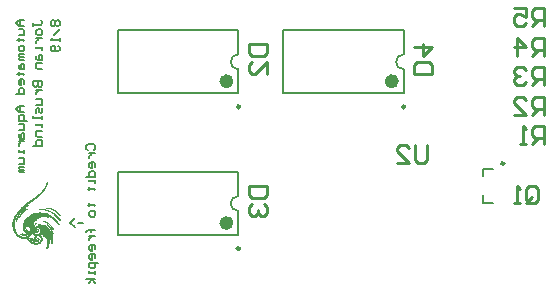
<source format=gbo>
G04 Layer_Color=13813960*
%FSLAX24Y24*%
%MOIN*%
G70*
G01*
G75*
%ADD11C,0.0079*%
%ADD25C,0.0100*%
%ADD40C,0.0098*%
%ADD41C,0.0236*%
%ADD42C,0.0059*%
%ADD43R,0.0004X0.0004*%
%ADD44R,0.0004X0.0016*%
%ADD45R,0.0004X0.0024*%
%ADD46R,0.0004X0.0028*%
%ADD47R,0.0004X0.0028*%
%ADD48R,0.0004X0.0012*%
%ADD49R,0.0004X0.0028*%
%ADD50R,0.0004X0.0020*%
%ADD51R,0.0004X0.0036*%
%ADD52R,0.0004X0.0035*%
%ADD53R,0.0004X0.0039*%
%ADD54R,0.0004X0.0032*%
%ADD55R,0.0004X0.0039*%
%ADD56R,0.0004X0.0039*%
%ADD57R,0.0004X0.0031*%
%ADD58R,0.0004X0.0043*%
%ADD59R,0.0004X0.0043*%
%ADD60R,0.0004X0.0035*%
%ADD61R,0.0004X0.0043*%
%ADD62R,0.0004X0.0020*%
%ADD63R,0.0004X0.0032*%
%ADD64R,0.0004X0.0047*%
%ADD65R,0.0004X0.0039*%
%ADD66R,0.0004X0.0047*%
%ADD67R,0.0004X0.0047*%
%ADD68R,0.0004X0.0047*%
%ADD69R,0.0004X0.0051*%
%ADD70R,0.0004X0.0051*%
%ADD71R,0.0004X0.0055*%
%ADD72R,0.0004X0.0055*%
%ADD73R,0.0004X0.0059*%
%ADD74R,0.0004X0.0059*%
%ADD75R,0.0004X0.0059*%
%ADD76R,0.0004X0.0028*%
%ADD77R,0.0004X0.0063*%
%ADD78R,0.0004X0.0063*%
%ADD79R,0.0004X0.0063*%
%ADD80R,0.0004X0.0067*%
%ADD81R,0.0004X0.0067*%
%ADD82R,0.0004X0.0067*%
%ADD83R,0.0004X0.0071*%
%ADD84R,0.0004X0.0071*%
%ADD85R,0.0004X0.0071*%
%ADD86R,0.0004X0.0075*%
%ADD87R,0.0004X0.0079*%
%ADD88R,0.0004X0.0024*%
%ADD89R,0.0004X0.0075*%
%ADD90R,0.0004X0.0079*%
%ADD91R,0.0004X0.0024*%
%ADD92R,0.0004X0.0079*%
%ADD93R,0.0004X0.0031*%
%ADD94R,0.0004X0.0024*%
%ADD95R,0.0004X0.0079*%
%ADD96R,0.0004X0.0016*%
%ADD97R,0.0004X0.0083*%
%ADD98R,0.0004X0.0036*%
%ADD99R,0.0004X0.0083*%
%ADD100R,0.0004X0.0004*%
%ADD101R,0.0004X0.0004*%
%ADD102R,0.0004X0.0004*%
%ADD103R,0.0004X0.0122*%
%ADD104R,0.0004X0.0083*%
%ADD105R,0.0004X0.0213*%
%ADD106R,0.0004X0.0248*%
%ADD107R,0.0004X0.0268*%
%ADD108R,0.0004X0.0283*%
%ADD109R,0.0004X0.0059*%
%ADD110R,0.0004X0.0272*%
%ADD111R,0.0004X0.0012*%
%ADD112R,0.0004X0.0087*%
%ADD113R,0.0004X0.0055*%
%ADD114R,0.0004X0.0264*%
%ADD115R,0.0004X0.0016*%
%ADD116R,0.0004X0.0083*%
%ADD117R,0.0004X0.0264*%
%ADD118R,0.0004X0.0260*%
%ADD119R,0.0004X0.0020*%
%ADD120R,0.0004X0.0091*%
%ADD121R,0.0004X0.0087*%
%ADD122R,0.0004X0.0268*%
%ADD123R,0.0004X0.0016*%
%ADD124R,0.0004X0.0272*%
%ADD125R,0.0004X0.0268*%
%ADD126R,0.0004X0.0272*%
%ADD127R,0.0004X0.0091*%
%ADD128R,0.0004X0.0272*%
%ADD129R,0.0004X0.0091*%
%ADD130R,0.0004X0.0276*%
%ADD131R,0.0004X0.0091*%
%ADD132R,0.0004X0.0276*%
%ADD133R,0.0004X0.0280*%
%ADD134R,0.0004X0.0280*%
%ADD135R,0.0004X0.0095*%
%ADD136R,0.0004X0.0138*%
%ADD137R,0.0004X0.0284*%
%ADD138R,0.0004X0.0185*%
%ADD139R,0.0004X0.0099*%
%ADD140R,0.0004X0.0283*%
%ADD141R,0.0004X0.0217*%
%ADD142R,0.0004X0.0248*%
%ADD143R,0.0004X0.0098*%
%ADD144R,0.0004X0.0551*%
%ADD145R,0.0004X0.0098*%
%ADD146R,0.0004X0.0571*%
%ADD147R,0.0004X0.0591*%
%ADD148R,0.0004X0.0008*%
%ADD149R,0.0004X0.0602*%
%ADD150R,0.0004X0.0020*%
%ADD151R,0.0004X0.0102*%
%ADD152R,0.0004X0.0618*%
%ADD153R,0.0004X0.0102*%
%ADD154R,0.0004X0.0630*%
%ADD155R,0.0004X0.0012*%
%ADD156R,0.0004X0.0650*%
%ADD157R,0.0004X0.0106*%
%ADD158R,0.0004X0.0661*%
%ADD159R,0.0004X0.0102*%
%ADD160R,0.0004X0.0673*%
%ADD161R,0.0004X0.0102*%
%ADD162R,0.0004X0.0008*%
%ADD163R,0.0004X0.0524*%
%ADD164R,0.0004X0.0158*%
%ADD165R,0.0004X0.0008*%
%ADD166R,0.0004X0.0500*%
%ADD167R,0.0004X0.0484*%
%ADD168R,0.0004X0.0008*%
%ADD169R,0.0004X0.0106*%
%ADD170R,0.0004X0.0465*%
%ADD171R,0.0004X0.0110*%
%ADD172R,0.0004X0.0453*%
%ADD173R,0.0004X0.0110*%
%ADD174R,0.0004X0.0449*%
%ADD175R,0.0004X0.0441*%
%ADD176R,0.0004X0.0433*%
%ADD177R,0.0004X0.0429*%
%ADD178R,0.0004X0.0114*%
%ADD179R,0.0004X0.0421*%
%ADD180R,0.0004X0.0110*%
%ADD181R,0.0004X0.0417*%
%ADD182R,0.0004X0.0110*%
%ADD183R,0.0004X0.0413*%
%ADD184R,0.0004X0.0118*%
%ADD185R,0.0004X0.0410*%
%ADD186R,0.0004X0.0114*%
%ADD187R,0.0004X0.0409*%
%ADD188R,0.0004X0.0406*%
%ADD189R,0.0004X0.0012*%
%ADD190R,0.0004X0.0398*%
%ADD191R,0.0004X0.0122*%
%ADD192R,0.0004X0.0398*%
%ADD193R,0.0004X0.0394*%
%ADD194R,0.0004X0.0122*%
%ADD195R,0.0004X0.0390*%
%ADD196R,0.0004X0.0122*%
%ADD197R,0.0004X0.0390*%
%ADD198R,0.0004X0.0126*%
%ADD199R,0.0004X0.0386*%
%ADD200R,0.0004X0.0382*%
%ADD201R,0.0004X0.0382*%
%ADD202R,0.0004X0.0130*%
%ADD203R,0.0004X0.0378*%
%ADD204R,0.0004X0.0134*%
%ADD205R,0.0004X0.0378*%
%ADD206R,0.0004X0.0134*%
%ADD207R,0.0004X0.0374*%
%ADD208R,0.0004X0.0370*%
%ADD209R,0.0004X0.0051*%
%ADD210R,0.0004X0.0374*%
%ADD211R,0.0004X0.0370*%
%ADD212R,0.0004X0.0370*%
%ADD213R,0.0004X0.0366*%
%ADD214R,0.0004X0.0142*%
%ADD215R,0.0004X0.0366*%
%ADD216R,0.0004X0.0142*%
%ADD217R,0.0004X0.0362*%
%ADD218R,0.0004X0.0366*%
%ADD219R,0.0004X0.0146*%
%ADD220R,0.0004X0.0051*%
%ADD221R,0.0004X0.0358*%
%ADD222R,0.0004X0.0150*%
%ADD223R,0.0004X0.0358*%
%ADD224R,0.0004X0.0150*%
%ADD225R,0.0004X0.0354*%
%ADD226R,0.0004X0.0154*%
%ADD227R,0.0004X0.0354*%
%ADD228R,0.0004X0.0154*%
%ADD229R,0.0004X0.0354*%
%ADD230R,0.0004X0.0354*%
%ADD231R,0.0004X0.0095*%
%ADD232R,0.0004X0.0162*%
%ADD233R,0.0004X0.0350*%
%ADD234R,0.0004X0.0350*%
%ADD235R,0.0004X0.0138*%
%ADD236R,0.0004X0.0158*%
%ADD237R,0.0004X0.0154*%
%ADD238R,0.0004X0.0165*%
%ADD239R,0.0004X0.0169*%
%ADD240R,0.0004X0.0165*%
%ADD241R,0.0004X0.0181*%
%ADD242R,0.0004X0.0197*%
%ADD243R,0.0004X0.0347*%
%ADD244R,0.0004X0.0169*%
%ADD245R,0.0004X0.0177*%
%ADD246R,0.0004X0.0165*%
%ADD247R,0.0004X0.0071*%
%ADD248R,0.0004X0.0173*%
%ADD249R,0.0004X0.0161*%
%ADD250R,0.0004X0.0173*%
%ADD251R,0.0004X0.0150*%
%ADD252R,0.0004X0.0142*%
%ADD253R,0.0004X0.0173*%
%ADD254R,0.0004X0.0177*%
%ADD255R,0.0004X0.0130*%
%ADD256R,0.0004X0.0181*%
%ADD257R,0.0004X0.0185*%
%ADD258R,0.0004X0.0185*%
%ADD259R,0.0004X0.0189*%
%ADD260R,0.0004X0.0118*%
%ADD261R,0.0004X0.0099*%
%ADD262R,0.0004X0.0185*%
%ADD263R,0.0004X0.0189*%
%ADD264R,0.0004X0.0193*%
%ADD265R,0.0004X0.0193*%
%ADD266R,0.0004X0.0197*%
%ADD267R,0.0004X0.0067*%
%ADD268R,0.0004X0.0201*%
%ADD269R,0.0004X0.0201*%
%ADD270R,0.0004X0.0205*%
%ADD271R,0.0004X0.0209*%
%ADD272R,0.0004X0.0209*%
%ADD273R,0.0004X0.0209*%
%ADD274R,0.0004X0.0213*%
%ADD275R,0.0004X0.0043*%
%ADD276R,0.0004X0.0217*%
%ADD277R,0.0004X0.0217*%
%ADD278R,0.0004X0.0224*%
%ADD279R,0.0004X0.0225*%
%ADD280R,0.0004X0.0228*%
%ADD281R,0.0004X0.0232*%
%ADD282R,0.0004X0.0232*%
%ADD283R,0.0004X0.0236*%
%ADD284R,0.0004X0.0240*%
%ADD285R,0.0004X0.0055*%
%ADD286R,0.0004X0.0244*%
%ADD287R,0.0004X0.0240*%
%ADD288R,0.0004X0.0244*%
%ADD289R,0.0004X0.0157*%
%ADD290R,0.0004X0.0161*%
%ADD291R,0.0004X0.0252*%
%ADD292R,0.0004X0.0252*%
%ADD293R,0.0004X0.0146*%
%ADD294R,0.0004X0.0256*%
%ADD295R,0.0004X0.0260*%
%ADD296R,0.0004X0.0264*%
%ADD297R,0.0004X0.0280*%
%ADD298R,0.0004X0.0280*%
%ADD299R,0.0004X0.0284*%
%ADD300R,0.0004X0.0287*%
%ADD301R,0.0004X0.0295*%
%ADD302R,0.0004X0.0295*%
%ADD303R,0.0004X0.0303*%
%ADD304R,0.0004X0.0307*%
%ADD305R,0.0004X0.0311*%
%ADD306R,0.0004X0.0315*%
%ADD307R,0.0004X0.0319*%
%ADD308R,0.0004X0.0323*%
%ADD309R,0.0004X0.0331*%
%ADD310R,0.0004X0.0335*%
%ADD311R,0.0004X0.0339*%
%ADD312R,0.0004X0.0346*%
%ADD313R,0.0004X0.0094*%
%ADD314R,0.0004X0.0386*%
%ADD315R,0.0004X0.0409*%
%ADD316R,0.0004X0.0421*%
%ADD317R,0.0004X0.0445*%
%ADD318R,0.0004X0.0126*%
%ADD319R,0.0004X0.0634*%
%ADD320R,0.0004X0.0638*%
%ADD321R,0.0004X0.0646*%
%ADD322R,0.0004X0.0653*%
%ADD323R,0.0004X0.0654*%
%ADD324R,0.0004X0.0535*%
%ADD325R,0.0004X0.0504*%
%ADD326R,0.0004X0.0492*%
%ADD327R,0.0004X0.0476*%
%ADD328R,0.0004X0.0469*%
%ADD329R,0.0004X0.0433*%
%ADD330R,0.0004X0.0425*%
%ADD331R,0.0004X0.0417*%
%ADD332R,0.0004X0.0402*%
%ADD333R,0.0004X0.0063*%
%ADD334R,0.0004X0.0358*%
%ADD335R,0.0004X0.0343*%
%ADD336R,0.0004X0.0335*%
%ADD337R,0.0004X0.0327*%
%ADD338R,0.0004X0.0327*%
%ADD339R,0.0004X0.0319*%
%ADD340R,0.0004X0.0315*%
%ADD341R,0.0004X0.0118*%
%ADD342R,0.0004X0.0311*%
%ADD343R,0.0004X0.0307*%
%ADD344R,0.0004X0.0303*%
%ADD345R,0.0004X0.0299*%
%ADD346R,0.0004X0.0291*%
%ADD347R,0.0004X0.0288*%
%ADD348R,0.0004X0.0362*%
%ADD349R,0.0004X0.0343*%
%ADD350R,0.0004X0.0248*%
%ADD351R,0.0004X0.0197*%
%ADD352R,0.0004X0.0134*%
%ADD353R,0.0004X0.0437*%
%ADD354R,0.0004X0.0154*%
D11*
X17756Y21313D02*
G03*
X17756Y20813I0J-250D01*
G01*
X23268Y21313D02*
G03*
X23268Y20813I0J-250D01*
G01*
X17756Y16589D02*
G03*
X17756Y16089I0J-250D01*
G01*
X13740Y20020D02*
X17756D01*
X13740Y22106D02*
X17756D01*
Y20020D02*
Y20813D01*
Y21313D02*
Y22106D01*
X13740Y20020D02*
Y22106D01*
X19252Y20020D02*
X23268D01*
X19252Y22106D02*
X23268D01*
Y20020D02*
Y20813D01*
Y21313D02*
Y22106D01*
X19252Y20020D02*
Y22106D01*
X13740Y15295D02*
X17756D01*
X13740Y17382D02*
X17756D01*
Y15295D02*
Y16089D01*
Y16589D02*
Y17382D01*
X13740Y15295D02*
Y17382D01*
X25925Y16354D02*
Y16614D01*
Y16354D02*
X26246D01*
X25925Y17244D02*
Y17504D01*
X26246D01*
D25*
X18101Y16929D02*
X18701D01*
Y16629D01*
X18601Y16529D01*
X18201D01*
X18101Y16629D01*
Y16929D01*
X18201Y16329D02*
X18101Y16229D01*
Y16029D01*
X18201Y15929D01*
X18301D01*
X18401Y16029D01*
Y16129D01*
Y16029D01*
X18501Y15929D01*
X18601D01*
X18701Y16029D01*
Y16229D01*
X18601Y16329D01*
X24222Y20669D02*
X23622D01*
Y20969D01*
X23722Y21069D01*
X24122D01*
X24222Y20969D01*
Y20669D01*
X23622Y21569D02*
X24222D01*
X23922Y21269D01*
Y21669D01*
X18101Y21654D02*
X18701D01*
Y21354D01*
X18601Y21254D01*
X18201D01*
X18101Y21354D01*
Y21654D01*
X18701Y20654D02*
Y21054D01*
X18301Y20654D01*
X18201D01*
X18101Y20754D01*
Y20954D01*
X18201Y21054D01*
X27356Y16439D02*
Y16838D01*
X27456Y16938D01*
X27656D01*
X27756Y16838D01*
Y16439D01*
X27656Y16339D01*
X27456D01*
X27556Y16539D02*
X27356Y16339D01*
X27456D02*
X27356Y16439D01*
X27156Y16339D02*
X26956D01*
X27056D01*
Y16938D01*
X27156Y16838D01*
X27953Y22244D02*
Y22844D01*
X27653D01*
X27553Y22744D01*
Y22544D01*
X27653Y22444D01*
X27953D01*
X27753D02*
X27553Y22244D01*
X26953Y22844D02*
X27353D01*
Y22544D01*
X27153Y22644D01*
X27053D01*
X26953Y22544D01*
Y22344D01*
X27053Y22244D01*
X27253D01*
X27353Y22344D01*
X27953Y21260D02*
Y21860D01*
X27653D01*
X27553Y21760D01*
Y21560D01*
X27653Y21460D01*
X27953D01*
X27753D02*
X27553Y21260D01*
X27053D02*
Y21860D01*
X27353Y21560D01*
X26953D01*
X27953Y20276D02*
Y20875D01*
X27653D01*
X27553Y20775D01*
Y20575D01*
X27653Y20476D01*
X27953D01*
X27753D02*
X27553Y20276D01*
X27353Y20775D02*
X27253Y20875D01*
X27053D01*
X26953Y20775D01*
Y20675D01*
X27053Y20575D01*
X27153D01*
X27053D01*
X26953Y20476D01*
Y20376D01*
X27053Y20276D01*
X27253D01*
X27353Y20376D01*
X27953Y19291D02*
Y19891D01*
X27653D01*
X27553Y19791D01*
Y19591D01*
X27653Y19491D01*
X27953D01*
X27753D02*
X27553Y19291D01*
X26953D02*
X27353D01*
X26953Y19691D01*
Y19791D01*
X27053Y19891D01*
X27253D01*
X27353Y19791D01*
X27953Y18307D02*
Y18907D01*
X27653D01*
X27553Y18807D01*
Y18607D01*
X27653Y18507D01*
X27953D01*
X27753D02*
X27553Y18307D01*
X27353D02*
X27153D01*
X27253D01*
Y18907D01*
X27353Y18807D01*
X24050Y18300D02*
Y17800D01*
X23950Y17700D01*
X23750D01*
X23650Y17800D01*
Y18300D01*
X23050Y17700D02*
X23450D01*
X23050Y18100D01*
Y18200D01*
X23150Y18300D01*
X23350D01*
X23450Y18200D01*
D40*
X17809Y19563D02*
G03*
X17809Y19563I-49J0D01*
G01*
X23321D02*
G03*
X23321Y19563I-49J0D01*
G01*
X17809Y14839D02*
G03*
X17809Y14839I-49J0D01*
G01*
X26624Y17677D02*
G03*
X26624Y17677I-49J0D01*
G01*
D41*
X17480Y20413D02*
G03*
X17480Y20413I-118J0D01*
G01*
X22992D02*
G03*
X22992Y20413I-118J0D01*
G01*
X17480Y15689D02*
G03*
X17480Y15689I-118J0D01*
G01*
D42*
X12598Y15699D02*
X12402D01*
X12303Y15551D02*
X12156Y15699D01*
X12303Y15846D01*
X12746Y18110D02*
X12697Y18160D01*
Y18258D01*
X12746Y18307D01*
X12943D01*
X12992Y18258D01*
Y18160D01*
X12943Y18110D01*
X12795Y18012D02*
X12992D01*
X12894D01*
X12845Y17963D01*
X12795Y17914D01*
Y17864D01*
X12992Y17569D02*
Y17668D01*
X12943Y17717D01*
X12845D01*
X12795Y17668D01*
Y17569D01*
X12845Y17520D01*
X12894D01*
Y17717D01*
X12697Y17225D02*
X12992D01*
Y17372D01*
X12943Y17422D01*
X12845D01*
X12795Y17372D01*
Y17225D01*
X12992Y17126D02*
Y17028D01*
Y17077D01*
X12795D01*
Y17126D01*
X12746Y16831D02*
X12795D01*
Y16880D01*
Y16782D01*
Y16831D01*
X12943D01*
X12992Y16782D01*
X12746Y16290D02*
X12795D01*
Y16339D01*
Y16241D01*
Y16290D01*
X12943D01*
X12992Y16241D01*
Y16044D02*
Y15946D01*
X12943Y15896D01*
X12845D01*
X12795Y15946D01*
Y16044D01*
X12845Y16093D01*
X12943D01*
X12992Y16044D01*
Y15454D02*
X12746D01*
X12845D01*
Y15503D01*
Y15404D01*
Y15454D01*
X12746D01*
X12697Y15404D01*
X12795Y15257D02*
X12992D01*
X12894D01*
X12845Y15208D01*
X12795Y15158D01*
Y15109D01*
X12992Y14814D02*
Y14913D01*
X12943Y14962D01*
X12845D01*
X12795Y14913D01*
Y14814D01*
X12845Y14765D01*
X12894D01*
Y14962D01*
X12992Y14519D02*
Y14617D01*
X12943Y14667D01*
X12845D01*
X12795Y14617D01*
Y14519D01*
X12845Y14470D01*
X12894D01*
Y14667D01*
X13091Y14371D02*
X12795D01*
Y14224D01*
X12845Y14175D01*
X12943D01*
X12992Y14224D01*
Y14371D01*
Y14076D02*
Y13978D01*
Y14027D01*
X12795D01*
Y14076D01*
X12992Y13830D02*
X12697D01*
X12894D02*
X12795Y13683D01*
X12894Y13830D02*
X12992Y13683D01*
X11565Y22441D02*
X11516Y22392D01*
Y22293D01*
X11565Y22244D01*
X11614D01*
X11663Y22293D01*
X11713Y22244D01*
X11762D01*
X11811Y22293D01*
Y22392D01*
X11762Y22441D01*
X11713D01*
X11663Y22392D01*
X11614Y22441D01*
X11565D01*
X11663Y22392D02*
Y22293D01*
X11811Y22146D02*
X11614Y21949D01*
X11811Y21851D02*
Y21752D01*
Y21801D01*
X11516D01*
X11565Y21851D01*
X11762Y21605D02*
X11811Y21555D01*
Y21457D01*
X11762Y21408D01*
X11565D01*
X11516Y21457D01*
Y21555D01*
X11565Y21605D01*
X11614D01*
X11663Y21555D01*
Y21408D01*
X10925Y22244D02*
Y22343D01*
Y22293D01*
X11171D01*
X11220Y22343D01*
Y22392D01*
X11171Y22441D01*
X11220Y22097D02*
Y21998D01*
X11171Y21949D01*
X11073D01*
X11024Y21998D01*
Y22097D01*
X11073Y22146D01*
X11171D01*
X11220Y22097D01*
X11024Y21851D02*
X11220D01*
X11122D01*
X11073Y21801D01*
X11024Y21752D01*
Y21703D01*
X11220Y21555D02*
Y21457D01*
Y21506D01*
X11024D01*
Y21555D01*
Y21260D02*
Y21162D01*
X11073Y21113D01*
X11220D01*
Y21260D01*
X11171Y21309D01*
X11122Y21260D01*
Y21113D01*
X11220Y21014D02*
X11024D01*
Y20867D01*
X11073Y20817D01*
X11220D01*
X10925Y20424D02*
X11220D01*
Y20276D01*
X11171Y20227D01*
X11122D01*
X11073Y20276D01*
Y20424D01*
Y20276D01*
X11024Y20227D01*
X10974D01*
X10925Y20276D01*
Y20424D01*
X11024Y20129D02*
X11220D01*
X11122D01*
X11073Y20080D01*
X11024Y20030D01*
Y19981D01*
Y19834D02*
X11171D01*
X11220Y19784D01*
Y19637D01*
X11024D01*
X11220Y19538D02*
Y19391D01*
X11171Y19342D01*
X11122Y19391D01*
Y19489D01*
X11073Y19538D01*
X11024Y19489D01*
Y19342D01*
X11220Y19243D02*
Y19145D01*
Y19194D01*
X10925D01*
Y19243D01*
X11220Y18997D02*
Y18899D01*
Y18948D01*
X11024D01*
Y18997D01*
X11220Y18751D02*
X11024D01*
Y18604D01*
X11073Y18554D01*
X11220D01*
X10925Y18259D02*
X11220D01*
Y18407D01*
X11171Y18456D01*
X11073D01*
X11024Y18407D01*
Y18259D01*
X10630Y22441D02*
X10433D01*
X10335Y22343D01*
X10433Y22244D01*
X10630D01*
X10482D01*
Y22441D01*
X10433Y22146D02*
X10581D01*
X10630Y22097D01*
Y21949D01*
X10433D01*
X10384Y21801D02*
X10433D01*
Y21851D01*
Y21752D01*
Y21801D01*
X10581D01*
X10630Y21752D01*
Y21555D02*
Y21457D01*
X10581Y21408D01*
X10482D01*
X10433Y21457D01*
Y21555D01*
X10482Y21605D01*
X10581D01*
X10630Y21555D01*
Y21309D02*
X10433D01*
Y21260D01*
X10482Y21211D01*
X10630D01*
X10482D01*
X10433Y21162D01*
X10482Y21113D01*
X10630D01*
X10433Y20965D02*
Y20867D01*
X10482Y20817D01*
X10630D01*
Y20965D01*
X10581Y21014D01*
X10532Y20965D01*
Y20817D01*
X10384Y20670D02*
X10433D01*
Y20719D01*
Y20621D01*
Y20670D01*
X10581D01*
X10630Y20621D01*
Y20325D02*
Y20424D01*
X10581Y20473D01*
X10482D01*
X10433Y20424D01*
Y20325D01*
X10482Y20276D01*
X10532D01*
Y20473D01*
X10335Y19981D02*
X10630D01*
Y20129D01*
X10581Y20178D01*
X10482D01*
X10433Y20129D01*
Y19981D01*
X10630Y19588D02*
X10433D01*
X10335Y19489D01*
X10433Y19391D01*
X10630D01*
X10482D01*
Y19588D01*
X10728Y19096D02*
X10433D01*
Y19243D01*
X10482Y19292D01*
X10581D01*
X10630Y19243D01*
Y19096D01*
X10433Y18997D02*
X10581D01*
X10630Y18948D01*
Y18800D01*
X10433D01*
Y18653D02*
Y18554D01*
X10482Y18505D01*
X10630D01*
Y18653D01*
X10581Y18702D01*
X10532Y18653D01*
Y18505D01*
X10433Y18407D02*
X10630D01*
X10532D01*
X10482Y18358D01*
X10433Y18308D01*
Y18259D01*
X10630Y18112D02*
Y18013D01*
Y18062D01*
X10433D01*
Y18112D01*
Y17866D02*
X10581D01*
X10630Y17816D01*
Y17669D01*
X10433D01*
X10630Y17570D02*
X10433D01*
Y17521D01*
X10482Y17472D01*
X10630D01*
X10482D01*
X10433Y17423D01*
X10482Y17374D01*
X10630D01*
D43*
X11853Y15752D02*
D03*
X11601Y15327D02*
D03*
X11581Y15178D02*
D03*
Y15044D02*
D03*
Y15028D02*
D03*
X11569Y15268D02*
D03*
X11546Y15083D02*
D03*
X11420Y15032D02*
D03*
X11408Y15615D02*
D03*
X11396Y16170D02*
D03*
Y14847D02*
D03*
X11388Y16170D02*
D03*
X11290Y15713D02*
D03*
X11278D02*
D03*
X11235Y15107D02*
D03*
X11203Y15146D02*
D03*
X11183Y16118D02*
D03*
X11164Y16115D02*
D03*
X11101Y15445D02*
D03*
X11097Y15465D02*
D03*
X11081Y15170D02*
D03*
X11002Y15453D02*
D03*
X10983Y15422D02*
D03*
X10959Y15540D02*
D03*
X10916Y15477D02*
D03*
Y15469D02*
D03*
X10888Y15489D02*
D03*
Y15477D02*
D03*
X10865Y15414D02*
D03*
Y15406D02*
D03*
X10746Y15422D02*
D03*
X10727Y15437D02*
D03*
X10613Y15595D02*
D03*
X10589Y15307D02*
D03*
X10514Y15296D02*
D03*
X10368Y15725D02*
D03*
X10313Y15555D02*
D03*
X10309Y15658D02*
D03*
D44*
X11849Y15758D02*
D03*
X11530Y16144D02*
D03*
X11498Y16152D02*
D03*
X11487Y16156D02*
D03*
X11455Y15577D02*
D03*
X11443Y15589D02*
D03*
X11435Y16081D02*
D03*
X11412Y16089D02*
D03*
X11392Y15687D02*
D03*
X11372Y16101D02*
D03*
Y15695D02*
D03*
X11337Y16109D02*
D03*
X11329D02*
D03*
X11317Y16113D02*
D03*
X11298D02*
D03*
X11010Y15057D02*
D03*
X10998Y15353D02*
D03*
X10979Y15428D02*
D03*
X10967Y15109D02*
D03*
X10955Y15113D02*
D03*
Y15069D02*
D03*
X10935Y15120D02*
D03*
Y15077D02*
D03*
X10924Y15081D02*
D03*
X10872Y15109D02*
D03*
X10711Y15302D02*
D03*
X10691Y15294D02*
D03*
Y15262D02*
D03*
X10648D02*
D03*
X10636D02*
D03*
X10479Y15868D02*
D03*
D45*
X11845Y15762D02*
D03*
X11790Y15644D02*
D03*
X11640Y16093D02*
D03*
X11620Y16105D02*
D03*
X11613Y16109D02*
D03*
X11609Y15471D02*
D03*
X11597Y16117D02*
D03*
X11581Y16124D02*
D03*
X11577D02*
D03*
X11569Y16128D02*
D03*
Y16018D02*
D03*
X11534Y16038D02*
D03*
X11526Y16042D02*
D03*
X11522Y16046D02*
D03*
X11514D02*
D03*
X11502Y16054D02*
D03*
X11483Y15550D02*
D03*
X11475Y15628D02*
D03*
X11463Y15640D02*
D03*
X11459Y16073D02*
D03*
Y15644D02*
D03*
X11447Y16077D02*
D03*
Y15652D02*
D03*
X10983Y15577D02*
D03*
X10975Y15369D02*
D03*
X10971Y15372D02*
D03*
X10963Y15380D02*
D03*
X10959Y15384D02*
D03*
X10762Y15290D02*
D03*
X10758Y15286D02*
D03*
X10750Y16243D02*
D03*
X10739Y16235D02*
D03*
Y15274D02*
D03*
X10735Y16235D02*
D03*
Y15317D02*
D03*
Y15274D02*
D03*
X10719Y16128D02*
D03*
X10687Y15262D02*
D03*
X10565Y15991D02*
D03*
X10554Y15975D02*
D03*
X10538Y15955D02*
D03*
X10522Y15932D02*
D03*
X10506Y15912D02*
D03*
X10502Y15904D02*
D03*
D46*
X11841Y15768D02*
D03*
X11821Y15949D02*
D03*
X11739Y16028D02*
D03*
X11695Y16059D02*
D03*
X11683Y16067D02*
D03*
X11676Y16071D02*
D03*
X11664Y16079D02*
D03*
X11656Y16087D02*
D03*
X11652D02*
D03*
X11644Y16091D02*
D03*
X11632Y16099D02*
D03*
X11620Y15985D02*
D03*
X11609Y16111D02*
D03*
X11589Y16004D02*
D03*
X11577Y16012D02*
D03*
X11557Y16024D02*
D03*
X11538Y16036D02*
D03*
X11514Y15591D02*
D03*
X11506Y15599D02*
D03*
X11502Y15603D02*
D03*
Y15524D02*
D03*
X11494Y15611D02*
D03*
Y15536D02*
D03*
X11483Y15622D02*
D03*
X10939Y15579D02*
D03*
X10778Y15304D02*
D03*
X10758Y15343D02*
D03*
X10727Y16229D02*
D03*
Y15461D02*
D03*
X10687Y16111D02*
D03*
X10676Y16099D02*
D03*
X10672D02*
D03*
X10664Y16091D02*
D03*
X10656Y16087D02*
D03*
X10597Y16028D02*
D03*
X10577Y16004D02*
D03*
X10534Y15949D02*
D03*
X10526Y16036D02*
D03*
X10514Y15922D02*
D03*
X10506Y16012D02*
D03*
X10494Y15996D02*
D03*
D47*
X11837Y15772D02*
D03*
X11829Y15784D02*
D03*
X11817Y15953D02*
D03*
X11680Y16071D02*
D03*
X11624Y16103D02*
D03*
X11593Y16004D02*
D03*
X11561Y16024D02*
D03*
X11105Y15162D02*
D03*
X10979Y15567D02*
D03*
X10955Y15390D02*
D03*
X10774Y15300D02*
D03*
X10723Y16225D02*
D03*
X10711Y16217D02*
D03*
X10699Y16209D02*
D03*
X10691Y16111D02*
D03*
X10680Y16103D02*
D03*
X10648Y16079D02*
D03*
X10624Y16056D02*
D03*
X10617Y16048D02*
D03*
X10605Y16036D02*
D03*
X10561Y15985D02*
D03*
X10518Y16028D02*
D03*
D48*
X11833Y15937D02*
D03*
X11802Y15630D02*
D03*
X11471Y16158D02*
D03*
X11463Y16162D02*
D03*
X11459D02*
D03*
X11451D02*
D03*
Y15583D02*
D03*
X11439Y15591D02*
D03*
X11396Y14835D02*
D03*
X11388Y15689D02*
D03*
X11368Y15697D02*
D03*
X11341Y15709D02*
D03*
X11333D02*
D03*
X11325Y16111D02*
D03*
X11294Y16115D02*
D03*
X11278Y16119D02*
D03*
X11262D02*
D03*
X11258D02*
D03*
X11250D02*
D03*
X11246D02*
D03*
X11239D02*
D03*
X11235D02*
D03*
X11227D02*
D03*
X11215D02*
D03*
X11203D02*
D03*
X11195D02*
D03*
X11034Y15056D02*
D03*
X11026D02*
D03*
X11014D02*
D03*
X11006Y15615D02*
D03*
Y15351D02*
D03*
X11002D02*
D03*
X10983Y15103D02*
D03*
X10959Y15111D02*
D03*
X10951Y15496D02*
D03*
X10939Y15119D02*
D03*
X10920Y15130D02*
D03*
X10916Y15134D02*
D03*
X10900Y15146D02*
D03*
X10896Y15150D02*
D03*
X10845Y15130D02*
D03*
X10841Y15134D02*
D03*
X10770Y16252D02*
D03*
X10739Y16138D02*
D03*
X10735D02*
D03*
X10695Y15296D02*
D03*
X10676Y15292D02*
D03*
X10656D02*
D03*
Y15260D02*
D03*
X10652Y15292D02*
D03*
X10644D02*
D03*
X10640D02*
D03*
X10620Y15296D02*
D03*
X10613Y15264D02*
D03*
X10601Y15268D02*
D03*
X10597D02*
D03*
X10589Y15272D02*
D03*
X10581D02*
D03*
X10577D02*
D03*
X10554Y15280D02*
D03*
X10475Y15863D02*
D03*
X10262Y15630D02*
D03*
Y15615D02*
D03*
D49*
X11833Y15776D02*
D03*
X11825Y15945D02*
D03*
X11719Y16044D02*
D03*
X11707Y16052D02*
D03*
X11672Y16075D02*
D03*
X11601Y15307D02*
D03*
X11597Y16000D02*
D03*
X11565Y16020D02*
D03*
X11546Y16032D02*
D03*
X11491Y15615D02*
D03*
Y15540D02*
D03*
X10975Y15433D02*
D03*
X10770Y15296D02*
D03*
X10715Y16221D02*
D03*
X10695Y16115D02*
D03*
X10683Y16107D02*
D03*
X10644Y16075D02*
D03*
X10632Y16063D02*
D03*
X10609Y16040D02*
D03*
X10601Y16032D02*
D03*
X10589Y16020D02*
D03*
X10581Y16008D02*
D03*
X10546Y15965D02*
D03*
D50*
X11829Y15941D02*
D03*
X11798Y15634D02*
D03*
X11585Y16122D02*
D03*
X11573Y16126D02*
D03*
X11542Y16138D02*
D03*
X11510Y16150D02*
D03*
X11498Y16055D02*
D03*
X11479Y16063D02*
D03*
Y15555D02*
D03*
X11467Y15567D02*
D03*
X11435Y15662D02*
D03*
X11424Y16087D02*
D03*
Y15670D02*
D03*
X11412Y15678D02*
D03*
X11404Y16091D02*
D03*
X11380Y16099D02*
D03*
X11361Y16103D02*
D03*
X10987Y15583D02*
D03*
Y15359D02*
D03*
X10979Y15063D02*
D03*
X10904Y15091D02*
D03*
X10754Y16244D02*
D03*
Y15284D02*
D03*
X10743Y16237D02*
D03*
X10731Y15272D02*
D03*
X10723Y16130D02*
D03*
Y15307D02*
D03*
X10699Y15264D02*
D03*
X10487Y15882D02*
D03*
D51*
X11825Y15788D02*
D03*
X11762Y16008D02*
D03*
X11672Y15945D02*
D03*
X11656Y15957D02*
D03*
X11597Y15489D02*
D03*
X11581Y15508D02*
D03*
X11546Y15552D02*
D03*
X11538Y15563D02*
D03*
X11514Y15508D02*
D03*
X11089Y15394D02*
D03*
Y15095D02*
D03*
X11081D02*
D03*
X11077D02*
D03*
X11069D02*
D03*
X11014Y15296D02*
D03*
X11006D02*
D03*
X10983Y15307D02*
D03*
X10790Y15319D02*
D03*
X10770Y15233D02*
D03*
X10703Y15394D02*
D03*
X10695Y15201D02*
D03*
X10687D02*
D03*
X10683D02*
D03*
X10676Y16189D02*
D03*
Y15201D02*
D03*
X10652Y16170D02*
D03*
X10640Y16158D02*
D03*
X10620Y16138D02*
D03*
X10577Y16095D02*
D03*
Y15201D02*
D03*
X10565Y16083D02*
D03*
X10538Y16052D02*
D03*
D52*
X11821Y15792D02*
D03*
X11809Y15961D02*
D03*
X11802Y15969D02*
D03*
X11790Y15981D02*
D03*
X11782Y15654D02*
D03*
X11778Y15662D02*
D03*
X11758Y16012D02*
D03*
X11676Y15941D02*
D03*
X11652Y15961D02*
D03*
X11640Y15969D02*
D03*
X11601Y15481D02*
D03*
X11589Y15496D02*
D03*
X11569Y15524D02*
D03*
X11565Y15528D02*
D03*
X11557Y15540D02*
D03*
X11554Y15544D02*
D03*
X11522Y15496D02*
D03*
X11077Y15390D02*
D03*
X11069D02*
D03*
X11065D02*
D03*
X11034Y15292D02*
D03*
X11026D02*
D03*
X11022D02*
D03*
X10994Y15300D02*
D03*
X10991Y15304D02*
D03*
X10971Y15311D02*
D03*
X10951Y15398D02*
D03*
X10727Y15406D02*
D03*
X10719Y15209D02*
D03*
X10715Y15398D02*
D03*
Y15209D02*
D03*
X10707Y15205D02*
D03*
X10703D02*
D03*
X10695Y16205D02*
D03*
Y15398D02*
D03*
X10672Y16185D02*
D03*
Y15197D02*
D03*
X10664D02*
D03*
X10656Y16174D02*
D03*
Y15197D02*
D03*
X10652D02*
D03*
X10644D02*
D03*
X10640Y15193D02*
D03*
X10628Y16146D02*
D03*
X10613Y15197D02*
D03*
X10601Y16122D02*
D03*
Y15197D02*
D03*
X10597D02*
D03*
X10554Y15205D02*
D03*
X10439Y15910D02*
D03*
X10431Y15898D02*
D03*
D53*
X11817Y15798D02*
D03*
X11798Y15821D02*
D03*
X11723Y15900D02*
D03*
X11691Y15928D02*
D03*
X11573Y15518D02*
D03*
X11518Y15502D02*
D03*
X11160Y15262D02*
D03*
X11073Y15093D02*
D03*
X11061Y15392D02*
D03*
X10955Y15321D02*
D03*
X10943Y15412D02*
D03*
X10786Y15243D02*
D03*
X10774Y15235D02*
D03*
X10699Y15396D02*
D03*
X10680Y15199D02*
D03*
X10593D02*
D03*
X10561Y15203D02*
D03*
X10530Y15211D02*
D03*
X10518Y15219D02*
D03*
X10435Y15904D02*
D03*
D54*
X11813Y15959D02*
D03*
X11794Y15979D02*
D03*
X11782Y15991D02*
D03*
X11770Y15998D02*
D03*
X11750Y16018D02*
D03*
X11746Y16022D02*
D03*
X11735Y16030D02*
D03*
X11727Y16038D02*
D03*
X11715Y16046D02*
D03*
X11703Y16054D02*
D03*
X11687Y16065D02*
D03*
X11632Y15975D02*
D03*
X11628Y15979D02*
D03*
X11613Y15991D02*
D03*
X11609D02*
D03*
X11601Y15998D02*
D03*
X11581Y16010D02*
D03*
X11534Y15569D02*
D03*
X11526Y15577D02*
D03*
X11522Y15581D02*
D03*
X11506Y15518D02*
D03*
X11081Y15392D02*
D03*
X11046Y15290D02*
D03*
X11038D02*
D03*
X11002Y15298D02*
D03*
X10971Y15443D02*
D03*
X10947Y15404D02*
D03*
X10782Y15309D02*
D03*
X10739Y15321D02*
D03*
X10719Y16223D02*
D03*
Y15400D02*
D03*
X10707Y16215D02*
D03*
Y15396D02*
D03*
X10703Y16211D02*
D03*
X10687Y16199D02*
D03*
X10683Y16195D02*
D03*
X10664Y16179D02*
D03*
X10652Y16081D02*
D03*
X10644Y16160D02*
D03*
X10640Y16069D02*
D03*
X10632Y15195D02*
D03*
X10628Y16061D02*
D03*
X10620Y16054D02*
D03*
Y15195D02*
D03*
X10613Y16132D02*
D03*
X10597Y16117D02*
D03*
X10589Y16109D02*
D03*
X10581Y16101D02*
D03*
X10569Y16089D02*
D03*
Y15994D02*
D03*
X10557Y16073D02*
D03*
Y15983D02*
D03*
X10554Y16069D02*
D03*
X10546Y16061D02*
D03*
X10534Y16046D02*
D03*
X10522Y16034D02*
D03*
X10514Y16022D02*
D03*
X10502Y16006D02*
D03*
X10491Y15991D02*
D03*
X10483Y15979D02*
D03*
X10471Y15963D02*
D03*
X10463Y15951D02*
D03*
X10459Y15943D02*
D03*
X10451Y15931D02*
D03*
X10447Y15924D02*
D03*
D55*
X11813Y15802D02*
D03*
X11778Y15994D02*
D03*
X11735Y15888D02*
D03*
X11715Y15908D02*
D03*
X11664Y15951D02*
D03*
X11577Y15514D02*
D03*
X11235Y15132D02*
D03*
X11164Y15258D02*
D03*
X11101Y15101D02*
D03*
X10975Y15557D02*
D03*
X10939Y15420D02*
D03*
X10782Y15239D02*
D03*
X10762Y15227D02*
D03*
X10632Y16152D02*
D03*
X10628Y15195D02*
D03*
X10609D02*
D03*
X10546Y15207D02*
D03*
X10494Y15227D02*
D03*
X10428Y15888D02*
D03*
D56*
X11809Y15806D02*
D03*
X11770Y15672D02*
D03*
X11750Y15872D02*
D03*
X11727Y15896D02*
D03*
X11695Y15924D02*
D03*
X11687Y15932D02*
D03*
X11683Y15935D02*
D03*
X11526Y15487D02*
D03*
X11097Y15097D02*
D03*
X11065D02*
D03*
X11057Y15392D02*
D03*
X11034Y14998D02*
D03*
X11022D02*
D03*
X11014D02*
D03*
X10975Y15309D02*
D03*
X10971Y15550D02*
D03*
X10963Y15317D02*
D03*
X10959Y15321D02*
D03*
X10951Y15325D02*
D03*
X10947Y15329D02*
D03*
X10794Y15246D02*
D03*
X10790Y15243D02*
D03*
X10778Y15235D02*
D03*
X10683Y15400D02*
D03*
X10609Y16128D02*
D03*
X10589Y15199D02*
D03*
X10581D02*
D03*
X10569D02*
D03*
X10565Y15203D02*
D03*
X10557D02*
D03*
X10538Y15211D02*
D03*
X10534D02*
D03*
X10526Y15215D02*
D03*
X10522D02*
D03*
X10514Y15219D02*
D03*
X10502Y15223D02*
D03*
D57*
X11806Y15967D02*
D03*
X11786Y15648D02*
D03*
X10530Y16042D02*
D03*
D58*
X11806Y15811D02*
D03*
X11786Y15835D02*
D03*
X11774Y15847D02*
D03*
X11754Y15867D02*
D03*
X11743Y15878D02*
D03*
X11731Y15890D02*
D03*
X11711Y15910D02*
D03*
X11412Y17032D02*
D03*
X11180Y16650D02*
D03*
X11168Y15256D02*
D03*
X11148Y16622D02*
D03*
X11124Y16599D02*
D03*
X11117Y16595D02*
D03*
X11105Y16583D02*
D03*
Y15103D02*
D03*
X11093Y16575D02*
D03*
X11085Y16567D02*
D03*
Y15000D02*
D03*
X11073D02*
D03*
X11061Y15099D02*
D03*
Y14996D02*
D03*
X11050Y16540D02*
D03*
Y14996D02*
D03*
X11042D02*
D03*
X11030D02*
D03*
X11018Y16516D02*
D03*
Y15000D02*
D03*
X11010D02*
D03*
X10998D02*
D03*
X10935Y15339D02*
D03*
X10817Y15264D02*
D03*
X10806Y15256D02*
D03*
X10754Y15343D02*
D03*
X10743Y15331D02*
D03*
X10723Y15209D02*
D03*
X10510Y15221D02*
D03*
X10487Y15233D02*
D03*
X10479Y15237D02*
D03*
X10467Y15244D02*
D03*
X10455Y15252D02*
D03*
X10424Y15878D02*
D03*
X10412Y15855D02*
D03*
D59*
X11802Y15815D02*
D03*
X11790Y15831D02*
D03*
X11782Y15839D02*
D03*
X11778Y15843D02*
D03*
X11770Y15851D02*
D03*
X11762Y15859D02*
D03*
X11719Y15902D02*
D03*
X11707Y15914D02*
D03*
X11703Y15918D02*
D03*
X11534Y15473D02*
D03*
X11400Y14839D02*
D03*
X11219Y16689D02*
D03*
X11207Y16678D02*
D03*
X11203Y16674D02*
D03*
X11187Y16658D02*
D03*
X11183Y16654D02*
D03*
X11172Y16642D02*
D03*
X11164Y16634D02*
D03*
X11140Y16615D02*
D03*
X11132Y16607D02*
D03*
Y15130D02*
D03*
X11113Y16591D02*
D03*
Y15008D02*
D03*
X11109Y16587D02*
D03*
X11097Y15402D02*
D03*
X11089Y16571D02*
D03*
X11081Y15000D02*
D03*
X11077D02*
D03*
X11069Y16555D02*
D03*
X11065Y15000D02*
D03*
X11057Y15099D02*
D03*
Y15000D02*
D03*
X11054Y16544D02*
D03*
Y15394D02*
D03*
Y14996D02*
D03*
X11046D02*
D03*
X11038D02*
D03*
X11034Y16528D02*
D03*
X11026Y14996D02*
D03*
X11022Y16520D02*
D03*
X11006Y14996D02*
D03*
X11002Y15000D02*
D03*
X10994D02*
D03*
X10991Y16496D02*
D03*
Y15000D02*
D03*
X10959Y15008D02*
D03*
X10939Y15335D02*
D03*
X10931Y15559D02*
D03*
Y15343D02*
D03*
X10809Y15256D02*
D03*
X10802Y15252D02*
D03*
X10506Y15221D02*
D03*
X10491Y15229D02*
D03*
X10483Y15233D02*
D03*
X10475Y15237D02*
D03*
X10471Y15241D02*
D03*
X10463Y15244D02*
D03*
X10459Y15248D02*
D03*
D60*
X11798Y15973D02*
D03*
X11786Y15985D02*
D03*
X11774Y15996D02*
D03*
Y15666D02*
D03*
X11699Y15922D02*
D03*
X11680Y15937D02*
D03*
X11668Y15949D02*
D03*
X11660Y15953D02*
D03*
X11636Y15973D02*
D03*
X11585Y15504D02*
D03*
X11093Y15398D02*
D03*
X11042Y15292D02*
D03*
X11030D02*
D03*
X10998Y15300D02*
D03*
X10987Y15304D02*
D03*
X10967Y15315D02*
D03*
X10935Y15571D02*
D03*
X10786Y15315D02*
D03*
X10766Y15229D02*
D03*
X10699Y15205D02*
D03*
X10691Y15398D02*
D03*
X10668Y15197D02*
D03*
X10648Y16166D02*
D03*
X10593Y16111D02*
D03*
X10585Y15197D02*
D03*
X10550Y15205D02*
D03*
X10455Y15937D02*
D03*
X10443Y15918D02*
D03*
D61*
X11794Y15823D02*
D03*
X11097Y15004D02*
D03*
X11089D02*
D03*
X10975D02*
D03*
X10687Y15398D02*
D03*
D62*
X11794Y15638D02*
D03*
X11601Y16115D02*
D03*
X11565Y16130D02*
D03*
X11557Y16134D02*
D03*
X11554D02*
D03*
X11546Y16138D02*
D03*
X11522Y16146D02*
D03*
X11506Y16052D02*
D03*
X11483Y16063D02*
D03*
X11475Y16067D02*
D03*
X11471D02*
D03*
Y15563D02*
D03*
X11463Y16071D02*
D03*
Y15571D02*
D03*
X11459Y15575D02*
D03*
X11451Y16075D02*
D03*
Y15650D02*
D03*
X11439Y15658D02*
D03*
X11431Y16083D02*
D03*
Y15666D02*
D03*
X11428Y16083D02*
D03*
Y15666D02*
D03*
X11420Y16087D02*
D03*
X11416D02*
D03*
Y15674D02*
D03*
X11408Y16091D02*
D03*
X11396Y16095D02*
D03*
X11388D02*
D03*
X11384Y16099D02*
D03*
X11376D02*
D03*
X11368Y16103D02*
D03*
X11365D02*
D03*
X11302Y16115D02*
D03*
X11101Y15166D02*
D03*
X10994Y15059D02*
D03*
X10991Y15591D02*
D03*
X10983Y15363D02*
D03*
X10971Y15107D02*
D03*
Y15063D02*
D03*
X10947Y15071D02*
D03*
X10939Y15075D02*
D03*
X10920Y15083D02*
D03*
X10746Y16241D02*
D03*
X10727Y16134D02*
D03*
Y15307D02*
D03*
X10719Y15304D02*
D03*
Y15268D02*
D03*
X10715Y16126D02*
D03*
Y15268D02*
D03*
X10707Y15264D02*
D03*
X10703D02*
D03*
X10695D02*
D03*
X10491Y15886D02*
D03*
X10483Y15874D02*
D03*
D63*
X11766Y16006D02*
D03*
X11754Y16014D02*
D03*
X11743Y16026D02*
D03*
X11731Y16034D02*
D03*
X11711Y16050D02*
D03*
X11699Y16057D02*
D03*
X11648Y15963D02*
D03*
X11624Y15983D02*
D03*
X11617Y15987D02*
D03*
X11605Y15994D02*
D03*
X11561Y15534D02*
D03*
X11550Y15550D02*
D03*
X11542Y15557D02*
D03*
X11530Y15573D02*
D03*
X11518Y15585D02*
D03*
X11498Y15530D02*
D03*
X11085Y15093D02*
D03*
X11073Y15388D02*
D03*
X11018Y15294D02*
D03*
X10711Y15396D02*
D03*
X10680Y16191D02*
D03*
X10660Y16176D02*
D03*
Y16089D02*
D03*
X10636Y16156D02*
D03*
Y16065D02*
D03*
X10624Y16144D02*
D03*
Y15195D02*
D03*
X10617Y16136D02*
D03*
X10605Y16124D02*
D03*
X10593Y16022D02*
D03*
X10585Y16105D02*
D03*
Y16014D02*
D03*
X10573Y16093D02*
D03*
X10561Y16077D02*
D03*
X10550Y16065D02*
D03*
Y15971D02*
D03*
X10542Y16057D02*
D03*
X10510Y16018D02*
D03*
X10498Y16002D02*
D03*
X10487Y15987D02*
D03*
X10479Y15975D02*
D03*
X10467Y15955D02*
D03*
D64*
X11766Y15857D02*
D03*
X11243Y16715D02*
D03*
X11160Y16632D02*
D03*
X11136Y16613D02*
D03*
X11124Y15014D02*
D03*
X11105Y15006D02*
D03*
X11073Y16557D02*
D03*
X11050Y15396D02*
D03*
X11030Y16526D02*
D03*
X10998Y16502D02*
D03*
X10987Y16494D02*
D03*
Y15002D02*
D03*
X10967Y15006D02*
D03*
X10955Y16471D02*
D03*
X10943Y16463D02*
D03*
Y15014D02*
D03*
X10892Y16428D02*
D03*
X10880Y16420D02*
D03*
X10837Y16388D02*
D03*
X10774Y16345D02*
D03*
X10443Y15258D02*
D03*
X10372Y15739D02*
D03*
D65*
X11766Y15676D02*
D03*
X11593Y15494D02*
D03*
X11530Y15483D02*
D03*
X11510Y15514D02*
D03*
X10943Y15333D02*
D03*
X10798Y15250D02*
D03*
X10711Y15207D02*
D03*
X10660Y15195D02*
D03*
X10648D02*
D03*
X10636D02*
D03*
X10617D02*
D03*
X10605D02*
D03*
X10542Y15207D02*
D03*
X10498Y15227D02*
D03*
D66*
X11762Y15680D02*
D03*
X11739Y15884D02*
D03*
X11538Y15467D02*
D03*
X11258Y16735D02*
D03*
X11250Y16723D02*
D03*
X11239Y16711D02*
D03*
X11227Y16699D02*
D03*
X11195Y16668D02*
D03*
X11176Y16648D02*
D03*
X11172Y15254D02*
D03*
X11156Y16628D02*
D03*
X11152Y16624D02*
D03*
X11144Y16617D02*
D03*
X11128Y16605D02*
D03*
X11120Y16597D02*
D03*
Y15010D02*
D03*
X11081Y16565D02*
D03*
X11077Y16561D02*
D03*
X11069Y14998D02*
D03*
X11065Y16554D02*
D03*
X11046Y15246D02*
D03*
X11038Y16530D02*
D03*
X11026Y16522D02*
D03*
X10994Y16498D02*
D03*
X10983Y16491D02*
D03*
X10975Y16487D02*
D03*
X10959Y16475D02*
D03*
X10951Y16467D02*
D03*
Y15010D02*
D03*
X10947Y16467D02*
D03*
Y15010D02*
D03*
X10931Y16455D02*
D03*
Y15018D02*
D03*
X10928Y15349D02*
D03*
X10920Y16447D02*
D03*
Y15022D02*
D03*
X10916Y16443D02*
D03*
X10876Y16416D02*
D03*
X10825Y15274D02*
D03*
X10813Y16372D02*
D03*
Y15262D02*
D03*
X10794Y15329D02*
D03*
X10750Y15341D02*
D03*
X10746Y15337D02*
D03*
X10451Y15254D02*
D03*
X10439Y15262D02*
D03*
X10420Y15872D02*
D03*
D67*
X11758Y15865D02*
D03*
Y15687D02*
D03*
X11746Y15876D02*
D03*
X11235Y16707D02*
D03*
X11215Y16687D02*
D03*
X11176Y15250D02*
D03*
X11128Y15014D02*
D03*
X11109Y15006D02*
D03*
X11101Y16581D02*
D03*
Y15006D02*
D03*
X11097Y16577D02*
D03*
X11057Y16546D02*
D03*
X11054Y15101D02*
D03*
X11046Y16538D02*
D03*
Y15400D02*
D03*
X11014Y16514D02*
D03*
X11006Y16506D02*
D03*
X11002D02*
D03*
X10991Y15176D02*
D03*
X10983Y15002D02*
D03*
X10971Y16483D02*
D03*
Y15006D02*
D03*
X10963D02*
D03*
X10939Y15014D02*
D03*
X10928Y16451D02*
D03*
X10920Y15357D02*
D03*
X10865Y16408D02*
D03*
X10853Y16400D02*
D03*
X10821Y15376D02*
D03*
X10758Y16333D02*
D03*
X10715Y16302D02*
D03*
X10676Y15408D02*
D03*
X10447Y15258D02*
D03*
X10431Y15270D02*
D03*
X10416Y15865D02*
D03*
X10408Y15845D02*
D03*
D68*
X11754Y15691D02*
D03*
X11542Y15459D02*
D03*
X11199Y16668D02*
D03*
X11191Y16660D02*
D03*
X11168Y16640D02*
D03*
X11136Y15018D02*
D03*
X11117Y15010D02*
D03*
X11061Y16550D02*
D03*
X11050Y15105D02*
D03*
X11042Y16534D02*
D03*
Y15243D02*
D03*
X11010Y16510D02*
D03*
X10979Y16487D02*
D03*
X10967Y16479D02*
D03*
X10955Y15010D02*
D03*
X10935Y16455D02*
D03*
X10924Y15353D02*
D03*
X10904Y16435D02*
D03*
X10680Y15404D02*
D03*
X10435Y15266D02*
D03*
X10404Y15837D02*
D03*
D69*
X11750Y15697D02*
D03*
X11597Y15319D02*
D03*
X11294Y16780D02*
D03*
X11278Y16756D02*
D03*
X11270Y16748D02*
D03*
X11262Y16737D02*
D03*
X11246Y16721D02*
D03*
X11156Y15028D02*
D03*
X11152D02*
D03*
X11144Y15024D02*
D03*
X11132Y15016D02*
D03*
X11113Y15426D02*
D03*
X11046Y15107D02*
D03*
X10939Y16461D02*
D03*
X10931Y15441D02*
D03*
X10916Y15363D02*
D03*
Y15024D02*
D03*
X10908Y16437D02*
D03*
Y15028D02*
D03*
X10900Y16433D02*
D03*
X10896Y16430D02*
D03*
X10888Y16426D02*
D03*
Y15036D02*
D03*
X10884Y16422D02*
D03*
Y15040D02*
D03*
X10876Y15044D02*
D03*
X10868Y16410D02*
D03*
X10857Y16402D02*
D03*
X10845Y16394D02*
D03*
X10841Y16390D02*
D03*
X10833Y16386D02*
D03*
Y15284D02*
D03*
X10821Y16378D02*
D03*
Y15268D02*
D03*
X10802Y16363D02*
D03*
X10794Y16359D02*
D03*
X10790Y16355D02*
D03*
X10778Y16347D02*
D03*
X10770Y16343D02*
D03*
X10762Y16335D02*
D03*
X10750Y16327D02*
D03*
X10746Y16323D02*
D03*
X10739Y16319D02*
D03*
X10735Y16315D02*
D03*
X10727Y16311D02*
D03*
Y15205D02*
D03*
X10719Y16304D02*
D03*
X10707Y16296D02*
D03*
X10703Y16292D02*
D03*
X10695Y16288D02*
D03*
X10687Y16280D02*
D03*
X10672Y16268D02*
D03*
X10664Y16260D02*
D03*
X10652Y16252D02*
D03*
X10640Y16241D02*
D03*
X10613Y16217D02*
D03*
X10420Y15280D02*
D03*
X10416Y15284D02*
D03*
X10396Y15815D02*
D03*
D70*
X11746Y15701D02*
D03*
X11282Y16764D02*
D03*
X11140Y15020D02*
D03*
X10963Y16477D02*
D03*
X10928Y15020D02*
D03*
X10900Y15032D02*
D03*
X10896D02*
D03*
X10825Y16382D02*
D03*
X10809Y16370D02*
D03*
X10782Y16351D02*
D03*
X10683Y16276D02*
D03*
X10644Y16244D02*
D03*
X10428Y15276D02*
D03*
D71*
X11743Y15707D02*
D03*
X11550Y15439D02*
D03*
X11404Y14849D02*
D03*
X11317Y16813D02*
D03*
X11168Y15038D02*
D03*
X11085Y15282D02*
D03*
X10967Y15530D02*
D03*
X10904Y15030D02*
D03*
X10892Y15034D02*
D03*
X10872Y15046D02*
D03*
X10861Y15054D02*
D03*
X10849Y15061D02*
D03*
X10786Y16353D02*
D03*
X10731Y16313D02*
D03*
X10680Y16274D02*
D03*
X10660Y16258D02*
D03*
X10648Y16246D02*
D03*
X10636Y16239D02*
D03*
X10624Y16227D02*
D03*
X10593Y16199D02*
D03*
X10561Y16172D02*
D03*
D72*
X11739Y15711D02*
D03*
X11172Y15042D02*
D03*
X11097Y15286D02*
D03*
X10656Y16254D02*
D03*
X10620Y16223D02*
D03*
X10538Y16148D02*
D03*
X10400Y15829D02*
D03*
D73*
X11735Y15717D02*
D03*
X11128Y15130D02*
D03*
X11081Y15280D02*
D03*
X11077D02*
D03*
X10908Y15374D02*
D03*
X10868Y15048D02*
D03*
X10857Y15056D02*
D03*
X10853Y15059D02*
D03*
X10841Y15067D02*
D03*
X10825Y15079D02*
D03*
X10577Y16185D02*
D03*
X10565Y16174D02*
D03*
X10557Y16166D02*
D03*
X10554Y16162D02*
D03*
X10534Y16142D02*
D03*
X10526Y16134D02*
D03*
X10522Y16130D02*
D03*
X10502Y16111D02*
D03*
D74*
X11731Y15721D02*
D03*
X11404Y17000D02*
D03*
X11329Y16831D02*
D03*
X11105Y15288D02*
D03*
X11093Y15284D02*
D03*
X10837Y15071D02*
D03*
X10829Y15075D02*
D03*
X10798Y15339D02*
D03*
X10731Y15201D02*
D03*
X10585Y16193D02*
D03*
X10550Y16158D02*
D03*
X10542Y16150D02*
D03*
X10530Y16138D02*
D03*
X10518Y16126D02*
D03*
X10510Y16118D02*
D03*
X10404Y15296D02*
D03*
X10392Y15807D02*
D03*
D75*
X11727Y15725D02*
D03*
X11565Y15402D02*
D03*
X11557Y15422D02*
D03*
X11396Y16977D02*
D03*
X11345Y16859D02*
D03*
X11341Y16851D02*
D03*
X11333Y16839D02*
D03*
X11321Y16819D02*
D03*
X11176Y15044D02*
D03*
X11109Y15288D02*
D03*
X11101D02*
D03*
X11038Y15115D02*
D03*
X10845Y15296D02*
D03*
Y15063D02*
D03*
X10821Y15083D02*
D03*
X10739Y15426D02*
D03*
X10569Y16178D02*
D03*
X10491Y16095D02*
D03*
X10388Y15315D02*
D03*
D76*
X11723Y16040D02*
D03*
X11691Y16063D02*
D03*
X11660Y16083D02*
D03*
X11585Y16008D02*
D03*
X11530Y16040D02*
D03*
X11510Y15595D02*
D03*
X11498Y15607D02*
D03*
X11479Y15626D02*
D03*
X10668Y16095D02*
D03*
X10573Y16000D02*
D03*
X10530Y15945D02*
D03*
D77*
X11723Y15731D02*
D03*
X11593Y15325D02*
D03*
X11392Y16963D02*
D03*
X11380Y16932D02*
D03*
X11372Y16912D02*
D03*
X11191Y15231D02*
D03*
X11117Y15290D02*
D03*
X11073Y15278D02*
D03*
X10904Y15380D02*
D03*
X10849Y15306D02*
D03*
X10817Y15085D02*
D03*
X10806Y15097D02*
D03*
X10668Y15416D02*
D03*
X10498Y16105D02*
D03*
X10392Y15309D02*
D03*
X10380Y15766D02*
D03*
Y15325D02*
D03*
D78*
X11719Y15735D02*
D03*
X11408Y14857D02*
D03*
X11400Y16987D02*
D03*
X11384Y16939D02*
D03*
X11376Y16924D02*
D03*
X11368Y16908D02*
D03*
X11365Y16896D02*
D03*
X11357Y16880D02*
D03*
X11353Y16872D02*
D03*
X11183Y15054D02*
D03*
X11113Y15290D02*
D03*
X11006Y15455D02*
D03*
X10900Y15388D02*
D03*
X10833Y15073D02*
D03*
X10813Y15089D02*
D03*
X10514Y16120D02*
D03*
X10506Y16113D02*
D03*
X10494Y16101D02*
D03*
X10483Y16089D02*
D03*
X10475Y16077D02*
D03*
X10471Y16073D02*
D03*
X10463Y16065D02*
D03*
X10388Y15794D02*
D03*
X10384Y15782D02*
D03*
Y15317D02*
D03*
X10376Y15329D02*
D03*
D79*
X11715Y15739D02*
D03*
X11388Y16951D02*
D03*
X11187Y15057D02*
D03*
D80*
X11711Y15744D02*
D03*
X11573Y15378D02*
D03*
X11191Y15063D02*
D03*
X11160Y15319D02*
D03*
X11124Y15130D02*
D03*
X11061Y15272D02*
D03*
X10967Y15465D02*
D03*
X10798Y15107D02*
D03*
X10479Y16083D02*
D03*
X10455Y16055D02*
D03*
D81*
X11707Y15748D02*
D03*
X11695Y15760D02*
D03*
X11589Y15335D02*
D03*
X11577Y15367D02*
D03*
X11120Y15292D02*
D03*
X10928Y15536D02*
D03*
X10853Y15311D02*
D03*
X10794Y15111D02*
D03*
X10451Y16048D02*
D03*
D82*
X11703Y15752D02*
D03*
X11569Y15390D02*
D03*
X11109Y15426D02*
D03*
X11069Y15276D02*
D03*
X11065Y15272D02*
D03*
X11034Y15118D02*
D03*
X10809Y15095D02*
D03*
X10802Y15103D02*
D03*
X10790Y15115D02*
D03*
X10459Y16059D02*
D03*
X10447Y16044D02*
D03*
X10376Y15752D02*
D03*
D83*
X11699Y15758D02*
D03*
X11680Y15778D02*
D03*
X11585Y15345D02*
D03*
X11199Y15215D02*
D03*
X11105Y15428D02*
D03*
X11030Y15124D02*
D03*
X10786Y15120D02*
D03*
X10467Y16069D02*
D03*
X10443Y16038D02*
D03*
X10424Y16014D02*
D03*
D84*
X11691Y15766D02*
D03*
X10435Y16030D02*
D03*
D85*
X11687Y15770D02*
D03*
X11664Y15794D02*
D03*
X11581Y15353D02*
D03*
X11195Y15069D02*
D03*
X11164Y15321D02*
D03*
X11128Y15294D02*
D03*
X11069Y15557D02*
D03*
X10735Y15431D02*
D03*
X10439Y16034D02*
D03*
X10428Y16018D02*
D03*
X10420Y16006D02*
D03*
D86*
X11683Y15772D02*
D03*
X11676Y15780D02*
D03*
X11652Y15804D02*
D03*
X11644Y15811D02*
D03*
X11132Y15296D02*
D03*
X11081Y15563D02*
D03*
X11077D02*
D03*
X11057Y15272D02*
D03*
X11054Y15268D02*
D03*
X10994Y15174D02*
D03*
X10928Y15461D02*
D03*
X10896Y15398D02*
D03*
X10778Y15130D02*
D03*
X10735Y15197D02*
D03*
X10416Y16000D02*
D03*
X10408Y15989D02*
D03*
X10365Y15347D02*
D03*
D87*
X11672Y15786D02*
D03*
X11640Y15817D02*
D03*
X11613Y15841D02*
D03*
X11609D02*
D03*
X11601Y15849D02*
D03*
X11569Y15872D02*
D03*
X11172Y15329D02*
D03*
X11120Y15128D02*
D03*
X11101Y15573D02*
D03*
X11065Y15554D02*
D03*
X10400Y15979D02*
D03*
X10357Y15361D02*
D03*
D88*
X11668Y16077D02*
D03*
X11636Y16097D02*
D03*
X11617Y16105D02*
D03*
X11605Y16113D02*
D03*
X11593Y16117D02*
D03*
X11550Y16030D02*
D03*
X11542Y16034D02*
D03*
X11518Y16046D02*
D03*
X11510Y16050D02*
D03*
X11487Y16061D02*
D03*
Y15546D02*
D03*
X11467Y15636D02*
D03*
X11455Y16073D02*
D03*
Y15644D02*
D03*
X11443Y15656D02*
D03*
X10766Y15294D02*
D03*
X10743Y15278D02*
D03*
X10731Y16231D02*
D03*
X10711Y16124D02*
D03*
Y15266D02*
D03*
X10699Y16117D02*
D03*
X10542Y15959D02*
D03*
X10518Y15928D02*
D03*
X10510Y15916D02*
D03*
X10498Y15900D02*
D03*
D89*
X11668Y15792D02*
D03*
X11660Y15796D02*
D03*
X11636Y15819D02*
D03*
X11412Y14867D02*
D03*
X11199Y15075D02*
D03*
X11168Y15323D02*
D03*
X11085Y15567D02*
D03*
X11073Y15559D02*
D03*
X11061Y15548D02*
D03*
X10412Y15996D02*
D03*
X10361Y15355D02*
D03*
D90*
X11656Y15802D02*
D03*
X11632Y15821D02*
D03*
X11628Y15825D02*
D03*
X11620Y15833D02*
D03*
X11089Y15569D02*
D03*
X11057Y15546D02*
D03*
X10770Y15140D02*
D03*
X10396Y15971D02*
D03*
X10388Y15959D02*
D03*
D91*
X11648Y16089D02*
D03*
X11573Y16014D02*
D03*
X11561Y16132D02*
D03*
X11487Y15620D02*
D03*
X11467Y16069D02*
D03*
X10967Y15376D02*
D03*
X10943Y15589D02*
D03*
X10731Y15313D02*
D03*
X10723Y15270D02*
D03*
D92*
X11648Y15809D02*
D03*
X11624Y15829D02*
D03*
X11050Y15266D02*
D03*
X10774Y15136D02*
D03*
X10392Y15967D02*
D03*
D93*
X11644D02*
D03*
X10613Y16042D02*
D03*
X10475Y15967D02*
D03*
D94*
X11628Y16101D02*
D03*
X11589Y16120D02*
D03*
X11554Y16026D02*
D03*
X11494Y16057D02*
D03*
X11491D02*
D03*
X11475Y15557D02*
D03*
X11471Y15632D02*
D03*
X10750Y15282D02*
D03*
X10746D02*
D03*
X10727Y15270D02*
D03*
X10707Y16120D02*
D03*
X10703D02*
D03*
X10526Y15939D02*
D03*
D95*
X11617Y15837D02*
D03*
X11593Y15857D02*
D03*
X11573Y15868D02*
D03*
X11479Y15089D02*
D03*
X11136Y15294D02*
D03*
X11093Y15569D02*
D03*
X10731Y15431D02*
D03*
X10404Y15983D02*
D03*
D96*
X11613Y15467D02*
D03*
X11514Y16148D02*
D03*
X11475Y16160D02*
D03*
X11447Y15585D02*
D03*
X11420Y15672D02*
D03*
X11408Y15680D02*
D03*
X11400Y16093D02*
D03*
X11384Y15691D02*
D03*
X11357Y16105D02*
D03*
Y15703D02*
D03*
X11353Y16105D02*
D03*
X11345D02*
D03*
X11290Y16117D02*
D03*
X11282D02*
D03*
X11270D02*
D03*
X11097Y15168D02*
D03*
X10994Y15597D02*
D03*
X10991Y15061D02*
D03*
X10983D02*
D03*
X10975Y15105D02*
D03*
Y15065D02*
D03*
X10963D02*
D03*
X10947Y15597D02*
D03*
Y15117D02*
D03*
X10931Y15124D02*
D03*
X10916Y15510D02*
D03*
Y15491D02*
D03*
Y15085D02*
D03*
X10900Y15093D02*
D03*
X10896Y15097D02*
D03*
X10876Y15105D02*
D03*
X10865Y15117D02*
D03*
X10853Y15124D02*
D03*
X10707Y15298D02*
D03*
X10703D02*
D03*
X10609Y15266D02*
D03*
X10494Y15892D02*
D03*
X10262Y15648D02*
D03*
D97*
X11605Y15847D02*
D03*
X11585Y15863D02*
D03*
X11561Y15878D02*
D03*
X11542Y15890D02*
D03*
X11117Y15130D02*
D03*
X11105Y15575D02*
D03*
X10861Y15331D02*
D03*
X10766Y15150D02*
D03*
X10349Y15374D02*
D03*
D98*
X11605Y15477D02*
D03*
X11117Y15426D02*
D03*
X11093Y15095D02*
D03*
X11085Y15394D02*
D03*
X11010Y15296D02*
D03*
X10979Y15307D02*
D03*
X10723Y15402D02*
D03*
X10691Y16201D02*
D03*
Y15201D02*
D03*
X10668Y16181D02*
D03*
X10573Y15201D02*
D03*
D99*
X11597Y15851D02*
D03*
X11589Y15859D02*
D03*
X11581Y15863D02*
D03*
X11565Y15874D02*
D03*
X11554Y15882D02*
D03*
X11140Y15296D02*
D03*
X11097Y15571D02*
D03*
X11054Y15540D02*
D03*
X10813Y15374D02*
D03*
X10739Y15193D02*
D03*
X10384Y15953D02*
D03*
D100*
X11585Y15122D02*
D03*
Y15091D02*
D03*
X11561Y15004D02*
D03*
X11424Y16166D02*
D03*
X11412Y15611D02*
D03*
Y14910D02*
D03*
X11392Y16166D02*
D03*
X11042Y15441D02*
D03*
X11030Y15166D02*
D03*
X10798Y15398D02*
D03*
X10617Y15622D02*
D03*
X10593Y15304D02*
D03*
X10518Y15292D02*
D03*
X10467Y15855D02*
D03*
D101*
X11585Y15107D02*
D03*
X11479Y15134D02*
D03*
X11306Y15713D02*
D03*
X11298D02*
D03*
X11286D02*
D03*
X11274D02*
D03*
X11199Y16118D02*
D03*
Y15453D02*
D03*
Y15426D02*
D03*
X11191Y16118D02*
D03*
X11168Y16115D02*
D03*
X11160D02*
D03*
X11085Y15170D02*
D03*
X11010Y15347D02*
D03*
X10892Y15544D02*
D03*
X10861Y15445D02*
D03*
X10798Y15382D02*
D03*
Y15374D02*
D03*
X10668Y15481D02*
D03*
X10605Y15300D02*
D03*
X10372Y15768D02*
D03*
D102*
X11581Y15185D02*
D03*
Y15036D02*
D03*
X11475Y15016D02*
D03*
X11408Y16166D02*
D03*
X11400D02*
D03*
X11396Y16941D02*
D03*
Y14823D02*
D03*
X11282Y15717D02*
D03*
X11034Y15642D02*
D03*
X10971Y15524D02*
D03*
X10951Y15485D02*
D03*
Y15473D02*
D03*
X10931D02*
D03*
X10888Y15516D02*
D03*
X10865Y15398D02*
D03*
X10825Y15378D02*
D03*
X10746Y15430D02*
D03*
X10727D02*
D03*
X10613Y15493D02*
D03*
X10597Y15304D02*
D03*
X10522Y15292D02*
D03*
X10368Y15748D02*
D03*
Y15737D02*
D03*
Y15717D02*
D03*
X10309Y15642D02*
D03*
Y15630D02*
D03*
Y15611D02*
D03*
X10262Y15674D02*
D03*
Y15591D02*
D03*
Y15579D02*
D03*
D103*
X11581Y15111D02*
D03*
X11195Y15347D02*
D03*
D104*
X11577Y15867D02*
D03*
X11546Y15886D02*
D03*
X10353Y15367D02*
D03*
D105*
X11577Y15109D02*
D03*
X11089Y15924D02*
D03*
D106*
X11573Y15119D02*
D03*
D107*
X11569Y15128D02*
D03*
X11557Y15176D02*
D03*
X11534Y15242D02*
D03*
X11526Y15258D02*
D03*
X10994Y15876D02*
D03*
X10687Y15664D02*
D03*
D108*
X11565Y15136D02*
D03*
D109*
X11561Y15410D02*
D03*
X11361Y16886D02*
D03*
X11349Y16867D02*
D03*
X11337Y16843D02*
D03*
X11180Y15048D02*
D03*
X11030Y15229D02*
D03*
X10487Y16091D02*
D03*
D110*
X11561Y15162D02*
D03*
D111*
Y15016D02*
D03*
X11479Y16158D02*
D03*
X11467Y16162D02*
D03*
X11455D02*
D03*
X11443Y16166D02*
D03*
X11435D02*
D03*
X11380Y15693D02*
D03*
X11349Y15705D02*
D03*
X11306Y16115D02*
D03*
X11286D02*
D03*
X11254Y16119D02*
D03*
X11243D02*
D03*
X11231D02*
D03*
X11223D02*
D03*
X11211D02*
D03*
X11136Y15130D02*
D03*
X11030Y15056D02*
D03*
X11018D02*
D03*
X11010Y15619D02*
D03*
X10998Y15059D02*
D03*
X10979Y15103D02*
D03*
X10955Y15611D02*
D03*
X10943Y15119D02*
D03*
X10904Y15142D02*
D03*
X10861Y15119D02*
D03*
X10766Y16252D02*
D03*
X10723Y15469D02*
D03*
X10699Y15296D02*
D03*
X10680Y15292D02*
D03*
X10668D02*
D03*
X10660D02*
D03*
X10636D02*
D03*
X10624Y15296D02*
D03*
Y15264D02*
D03*
X10617D02*
D03*
X10593Y15268D02*
D03*
X10585Y15272D02*
D03*
D112*
X11557Y15880D02*
D03*
X11538Y15892D02*
D03*
X11526Y15900D02*
D03*
X11522D02*
D03*
X11514Y15904D02*
D03*
X11416Y14880D02*
D03*
X11203Y15085D02*
D03*
X11176Y15329D02*
D03*
X11144Y15298D02*
D03*
X11109Y15573D02*
D03*
X10959Y15491D02*
D03*
X10762Y15156D02*
D03*
X10613Y15542D02*
D03*
X10376Y15939D02*
D03*
D113*
X11554Y15431D02*
D03*
X11546Y15447D02*
D03*
X11408Y17014D02*
D03*
X11325Y16825D02*
D03*
X11313Y16805D02*
D03*
X11309Y16802D02*
D03*
X11302Y16790D02*
D03*
X11290Y16774D02*
D03*
X11187Y15235D02*
D03*
X11183Y15242D02*
D03*
X11164Y15034D02*
D03*
X11101Y15412D02*
D03*
X11089Y15282D02*
D03*
X11038Y15239D02*
D03*
X11034Y15235D02*
D03*
X10865Y15050D02*
D03*
X10841Y15290D02*
D03*
X10676Y16270D02*
D03*
X10672Y15412D02*
D03*
X10632Y16235D02*
D03*
X10628Y16231D02*
D03*
X10609Y16215D02*
D03*
X10601Y16207D02*
D03*
X10597Y16203D02*
D03*
X10589Y16195D02*
D03*
X10581Y16187D02*
D03*
X10546Y16156D02*
D03*
X10408Y15294D02*
D03*
X10400Y15302D02*
D03*
X10396Y15305D02*
D03*
D114*
X11554Y15193D02*
D03*
X11538Y15237D02*
D03*
X11002Y15878D02*
D03*
X10632Y15556D02*
D03*
D115*
X11550Y16136D02*
D03*
X11518Y16148D02*
D03*
X11404Y15680D02*
D03*
X11392Y16097D02*
D03*
X11349Y16105D02*
D03*
X11274Y16117D02*
D03*
X11266D02*
D03*
X10998Y15605D02*
D03*
X10987Y15061D02*
D03*
X10967Y15065D02*
D03*
X10943Y15073D02*
D03*
X10924Y15128D02*
D03*
X10912Y15136D02*
D03*
Y15085D02*
D03*
X10892Y15097D02*
D03*
X10880Y15105D02*
D03*
X10837Y15136D02*
D03*
X10731Y16136D02*
D03*
X10605Y15266D02*
D03*
D116*
X11550Y15886D02*
D03*
X11050Y15536D02*
D03*
D117*
X11550Y15205D02*
D03*
X11542Y15225D02*
D03*
D118*
X11546Y15219D02*
D03*
D119*
X11538Y16142D02*
D03*
X11534D02*
D03*
X11439Y16079D02*
D03*
X11396Y15685D02*
D03*
X11333Y16111D02*
D03*
X11321D02*
D03*
X10931Y15079D02*
D03*
X10758Y16248D02*
D03*
X10676Y15260D02*
D03*
D120*
X11534Y15894D02*
D03*
X11494Y15914D02*
D03*
X11203Y15201D02*
D03*
X11120Y15575D02*
D03*
X11113D02*
D03*
X11109Y15126D02*
D03*
X10368Y15926D02*
D03*
X10345Y15382D02*
D03*
X10341Y15390D02*
D03*
D121*
X11530Y15896D02*
D03*
X11518Y15904D02*
D03*
X11180Y15333D02*
D03*
X10892Y15400D02*
D03*
X10372Y15932D02*
D03*
D122*
X11530Y15254D02*
D03*
X10699Y15680D02*
D03*
D123*
X11526Y16144D02*
D03*
X11506Y16152D02*
D03*
X11502D02*
D03*
X11494Y16156D02*
D03*
X11491D02*
D03*
X11483D02*
D03*
X11400Y15683D02*
D03*
X11376Y15695D02*
D03*
X11341Y16109D02*
D03*
X11313Y16113D02*
D03*
X11309D02*
D03*
X11101Y15459D02*
D03*
X11006Y15057D02*
D03*
X11002Y15609D02*
D03*
Y15057D02*
D03*
X10994Y15357D02*
D03*
X10991D02*
D03*
X10963Y15109D02*
D03*
X10959Y15069D02*
D03*
X10951Y15601D02*
D03*
Y15113D02*
D03*
Y15069D02*
D03*
X10928Y15081D02*
D03*
X10908Y15140D02*
D03*
Y15089D02*
D03*
X10888Y15101D02*
D03*
X10884D02*
D03*
X10868Y15113D02*
D03*
X10857Y15120D02*
D03*
X10762Y16250D02*
D03*
X10715Y15302D02*
D03*
X10687Y15294D02*
D03*
X10683D02*
D03*
Y15262D02*
D03*
X10672Y15290D02*
D03*
Y15262D02*
D03*
X10664Y15290D02*
D03*
Y15262D02*
D03*
X10652Y15258D02*
D03*
X10644Y15262D02*
D03*
X10640D02*
D03*
X10632D02*
D03*
X10628D02*
D03*
X10620D02*
D03*
X10471Y15857D02*
D03*
D124*
X11522Y15268D02*
D03*
D125*
X11518Y15274D02*
D03*
X10998Y15876D02*
D03*
X10680Y15652D02*
D03*
D126*
X11514Y15284D02*
D03*
X11506Y15296D02*
D03*
X10695Y15678D02*
D03*
X10683Y15658D02*
D03*
X10676Y15646D02*
D03*
D127*
X11510Y15906D02*
D03*
X11487Y15918D02*
D03*
X11479Y15922D02*
D03*
D128*
X11510Y15288D02*
D03*
X10691Y15670D02*
D03*
D129*
X11506Y15910D02*
D03*
X11502D02*
D03*
X11491Y15918D02*
D03*
X11113Y15130D02*
D03*
X11046Y15528D02*
D03*
X10809Y15374D02*
D03*
X10365Y15918D02*
D03*
D130*
X11502Y15302D02*
D03*
X11494Y15313D02*
D03*
X11483Y15329D02*
D03*
X10991Y15872D02*
D03*
X10707Y15687D02*
D03*
X10703Y15683D02*
D03*
X10278Y15628D02*
D03*
D131*
X11498Y15914D02*
D03*
X11117Y15575D02*
D03*
X10743Y15189D02*
D03*
X10380Y15945D02*
D03*
D132*
X11498Y15306D02*
D03*
X10711Y15691D02*
D03*
D133*
X11491Y15319D02*
D03*
X11475Y15339D02*
D03*
X10715Y15693D02*
D03*
X10672Y15638D02*
D03*
D134*
X11487Y15323D02*
D03*
X11479Y15335D02*
D03*
D135*
X11483Y15920D02*
D03*
X11475Y15924D02*
D03*
X11471D02*
D03*
X11463Y15928D02*
D03*
X10357Y15904D02*
D03*
D136*
X11475Y15091D02*
D03*
X11294Y15961D02*
D03*
X11290D02*
D03*
X11282D02*
D03*
X11172Y15567D02*
D03*
X11014Y15174D02*
D03*
X10321Y15815D02*
D03*
D137*
X11471Y15345D02*
D03*
X11463Y15353D02*
D03*
X10727Y15703D02*
D03*
X10719Y15699D02*
D03*
D138*
X11471Y15087D02*
D03*
X11144Y15941D02*
D03*
D139*
X11467Y15926D02*
D03*
D140*
Y15349D02*
D03*
X10668Y15628D02*
D03*
D141*
X11467Y15087D02*
D03*
X11085Y15922D02*
D03*
X10624Y15555D02*
D03*
D142*
X11463Y15083D02*
D03*
X11026Y15894D02*
D03*
D143*
X11459Y15930D02*
D03*
X11451Y15933D02*
D03*
X11447D02*
D03*
X11183Y15335D02*
D03*
X11128Y15575D02*
D03*
X10865Y15343D02*
D03*
X10353Y15894D02*
D03*
D144*
X11459Y15223D02*
D03*
D145*
X11455Y15930D02*
D03*
X11435Y15937D02*
D03*
X11042Y15516D02*
D03*
X10806Y15374D02*
D03*
X10361Y15910D02*
D03*
X10337Y15398D02*
D03*
D146*
X11455Y15217D02*
D03*
D147*
X11451Y15211D02*
D03*
D148*
X11447Y16164D02*
D03*
X11439D02*
D03*
X11431D02*
D03*
Y15597D02*
D03*
X11428Y16168D02*
D03*
Y15601D02*
D03*
X11420Y16168D02*
D03*
X11416Y17038D02*
D03*
Y16168D02*
D03*
Y15609D02*
D03*
X11353Y15703D02*
D03*
X11345Y15707D02*
D03*
X11309Y15715D02*
D03*
X11302D02*
D03*
X11294D02*
D03*
X11207Y16120D02*
D03*
X11089Y15172D02*
D03*
X11022Y15632D02*
D03*
Y15057D02*
D03*
X10959Y15613D02*
D03*
X10888Y15156D02*
D03*
X10833Y15140D02*
D03*
X10821Y15152D02*
D03*
X10632Y15294D02*
D03*
X10628D02*
D03*
X10601Y15302D02*
D03*
X10557Y15278D02*
D03*
X10546Y15282D02*
D03*
X10534Y15290D02*
D03*
X10526D02*
D03*
X10309Y15668D02*
D03*
Y15589D02*
D03*
X10262Y15664D02*
D03*
Y15601D02*
D03*
D149*
X11447Y15209D02*
D03*
D150*
X11443Y16079D02*
D03*
X10979Y15367D02*
D03*
X10680Y15260D02*
D03*
X10668D02*
D03*
X10660D02*
D03*
D151*
X11443Y15935D02*
D03*
D152*
Y15209D02*
D03*
D153*
X11439Y15935D02*
D03*
X11416Y15943D02*
D03*
X11187Y15341D02*
D03*
X11156Y15298D02*
D03*
D154*
X11439Y15203D02*
D03*
D155*
X11435Y15595D02*
D03*
X11361Y15701D02*
D03*
X11093Y15170D02*
D03*
X10849Y15126D02*
D03*
X10573Y15276D02*
D03*
D156*
X11435Y15201D02*
D03*
D157*
X11431Y15937D02*
D03*
X11420Y15941D02*
D03*
Y14898D02*
D03*
X11140Y15575D02*
D03*
X11002Y15174D02*
D03*
X10963Y15492D02*
D03*
X10802Y15370D02*
D03*
X10750Y15185D02*
D03*
X10345Y15878D02*
D03*
D158*
X11431Y15199D02*
D03*
D159*
X11428Y15939D02*
D03*
X11132Y15577D02*
D03*
X10333Y15408D02*
D03*
D160*
X11428Y15197D02*
D03*
D161*
X11424Y15939D02*
D03*
D162*
Y15605D02*
D03*
X11404Y15617D02*
D03*
X11329Y15711D02*
D03*
X11317D02*
D03*
X11180Y16117D02*
D03*
X10617Y15298D02*
D03*
X10542Y15286D02*
D03*
D163*
X11424Y15276D02*
D03*
D164*
Y14931D02*
D03*
X11231Y15959D02*
D03*
X11223Y15955D02*
D03*
D165*
X11420Y15605D02*
D03*
X11325Y15711D02*
D03*
X11321D02*
D03*
X11313D02*
D03*
X11235Y15160D02*
D03*
X11219Y16117D02*
D03*
X11187D02*
D03*
X11176D02*
D03*
X11172D02*
D03*
X11120Y15424D02*
D03*
X11026Y15636D02*
D03*
X10884Y15160D02*
D03*
X10825Y15148D02*
D03*
X10613Y15298D02*
D03*
X10609D02*
D03*
X10538Y15286D02*
D03*
D166*
X11420Y15292D02*
D03*
D167*
X11416Y15304D02*
D03*
D168*
X11412Y16168D02*
D03*
X11404D02*
D03*
X11337Y15707D02*
D03*
X11030Y15640D02*
D03*
X11018Y15628D02*
D03*
X10987Y15101D02*
D03*
X10892Y15152D02*
D03*
X10880Y15164D02*
D03*
X10829Y15144D02*
D03*
X10774Y16258D02*
D03*
X10648Y15290D02*
D03*
X10561Y15278D02*
D03*
X10550Y15282D02*
D03*
X10530Y15290D02*
D03*
D169*
X11412Y15945D02*
D03*
X11136Y15575D02*
D03*
X10349Y15886D02*
D03*
X10329Y15418D02*
D03*
D170*
X11412Y15313D02*
D03*
D171*
X11408Y15943D02*
D03*
X11400Y15947D02*
D03*
X11396D02*
D03*
X11144Y15573D02*
D03*
X11014Y15459D02*
D03*
X10341Y15869D02*
D03*
D172*
X11408Y15323D02*
D03*
X10845Y15717D02*
D03*
D173*
X11404Y15947D02*
D03*
X11392D02*
D03*
X11191Y15341D02*
D03*
X11148Y15573D02*
D03*
D174*
X11404Y15329D02*
D03*
D175*
X11400Y15337D02*
D03*
X10841Y15719D02*
D03*
D176*
X11396Y15345D02*
D03*
D177*
X11392Y15347D02*
D03*
D178*
X11388Y15949D02*
D03*
D179*
Y15355D02*
D03*
X10302Y15630D02*
D03*
D180*
X11384Y15951D02*
D03*
D181*
Y15361D02*
D03*
D182*
X11380Y15951D02*
D03*
D183*
Y15363D02*
D03*
D184*
X11376Y15951D02*
D03*
X11368D02*
D03*
X11365Y15955D02*
D03*
X11357D02*
D03*
X11353D02*
D03*
X11227Y15140D02*
D03*
X11006Y15176D02*
D03*
X10333Y15849D02*
D03*
X10325Y15431D02*
D03*
D185*
X11376Y15368D02*
D03*
X10825Y15727D02*
D03*
D186*
X11372Y15953D02*
D03*
X10337Y15859D02*
D03*
D187*
X11372Y15372D02*
D03*
D188*
X11368Y15378D02*
D03*
D189*
X11365Y15701D02*
D03*
X11014Y15626D02*
D03*
X10928Y15126D02*
D03*
X10569Y15276D02*
D03*
X10565D02*
D03*
D190*
X11365Y15382D02*
D03*
X10900Y15776D02*
D03*
D191*
X11361Y15953D02*
D03*
D192*
Y15386D02*
D03*
X10817Y15729D02*
D03*
X10298Y15630D02*
D03*
D193*
X11357Y15388D02*
D03*
X11353Y15392D02*
D03*
D194*
X11349Y15957D02*
D03*
X11337D02*
D03*
X11160Y15571D02*
D03*
X10924Y15500D02*
D03*
X10329Y15839D02*
D03*
D195*
X11349Y15398D02*
D03*
D196*
X11345Y15957D02*
D03*
X11156Y15571D02*
D03*
X10758Y15181D02*
D03*
X10321Y15437D02*
D03*
D197*
X11345Y15398D02*
D03*
X10813Y15729D02*
D03*
D198*
X11341Y15955D02*
D03*
X11333Y15959D02*
D03*
X11325D02*
D03*
X11321D02*
D03*
X11164Y15569D02*
D03*
D199*
X11341Y15400D02*
D03*
D200*
X11337Y15406D02*
D03*
X11329Y15410D02*
D03*
X10806Y15729D02*
D03*
D201*
X11333Y15410D02*
D03*
X11325Y15414D02*
D03*
X10809Y15729D02*
D03*
D202*
X11329Y15957D02*
D03*
X11199Y15351D02*
D03*
D203*
X11321Y15416D02*
D03*
X10294Y15628D02*
D03*
D204*
X11317Y15959D02*
D03*
X11306D02*
D03*
X11298D02*
D03*
D205*
X11317Y15420D02*
D03*
D206*
X11313Y15959D02*
D03*
X11309D02*
D03*
X11302D02*
D03*
X11176Y15565D02*
D03*
D207*
X11313Y15422D02*
D03*
X10908Y15788D02*
D03*
X10802Y15729D02*
D03*
X10664Y15575D02*
D03*
D208*
X11309Y15424D02*
D03*
D209*
X11306Y16796D02*
D03*
X11298Y16784D02*
D03*
X11286Y16768D02*
D03*
X11274Y16752D02*
D03*
X11254Y16729D02*
D03*
X11223Y16693D02*
D03*
X11211Y16682D02*
D03*
X11148Y15024D02*
D03*
X11042Y15111D02*
D03*
X10935Y15016D02*
D03*
X10924Y16449D02*
D03*
X10912Y16441D02*
D03*
Y15367D02*
D03*
Y15024D02*
D03*
X10861Y16406D02*
D03*
X10849Y16398D02*
D03*
X10837Y15288D02*
D03*
X10817Y16374D02*
D03*
X10806Y16367D02*
D03*
X10798Y16363D02*
D03*
X10754Y16331D02*
D03*
X10743Y16323D02*
D03*
X10699Y16288D02*
D03*
X10691Y16284D02*
D03*
X10617Y16221D02*
D03*
X10412Y15288D02*
D03*
D210*
X11306Y15426D02*
D03*
D211*
X11302Y15428D02*
D03*
X11294Y15431D02*
D03*
D212*
X11298D02*
D03*
X10912Y15794D02*
D03*
D213*
X11290Y15433D02*
D03*
X11282Y15437D02*
D03*
D214*
X11286Y15959D02*
D03*
X11274D02*
D03*
X11266D02*
D03*
X10617Y15546D02*
D03*
D215*
X11286Y15437D02*
D03*
D216*
X11278Y15959D02*
D03*
D217*
Y15439D02*
D03*
X11270Y15443D02*
D03*
X11262Y15447D02*
D03*
X10916Y15802D02*
D03*
D218*
X11274Y15441D02*
D03*
X10798Y15729D02*
D03*
D219*
X11270Y15961D02*
D03*
X11262D02*
D03*
X11022Y15461D02*
D03*
D220*
X11266Y16744D02*
D03*
X11231Y16701D02*
D03*
X11180Y15244D02*
D03*
X11160Y15032D02*
D03*
X10924Y15020D02*
D03*
X10872Y16414D02*
D03*
X10829Y16382D02*
D03*
Y15276D02*
D03*
X10766Y16339D02*
D03*
X10723Y16307D02*
D03*
X10668Y16264D02*
D03*
X10424Y15276D02*
D03*
D221*
X11266Y15445D02*
D03*
X11254Y15449D02*
D03*
D222*
X11258Y15959D02*
D03*
X11250D02*
D03*
X11246D02*
D03*
X11183Y15561D02*
D03*
D223*
X11258Y15449D02*
D03*
X11250D02*
D03*
D224*
X11254Y15959D02*
D03*
X10317Y15802D02*
D03*
D225*
X11246Y15451D02*
D03*
X11207Y15459D02*
D03*
X10920Y15805D02*
D03*
X10290Y15628D02*
D03*
D226*
X11243Y15957D02*
D03*
D227*
Y15451D02*
D03*
D228*
X11239Y15957D02*
D03*
X11235D02*
D03*
X10313Y15469D02*
D03*
D229*
X11239Y15455D02*
D03*
X11235D02*
D03*
D230*
X11231D02*
D03*
D231*
Y15140D02*
D03*
X11148Y15298D02*
D03*
X11124Y15577D02*
D03*
X11010Y15459D02*
D03*
X10998Y15176D02*
D03*
D232*
X11227Y15957D02*
D03*
D233*
Y15457D02*
D03*
X11219D02*
D03*
X11215D02*
D03*
X10656Y15571D02*
D03*
D234*
X11223Y15457D02*
D03*
X11211Y15461D02*
D03*
X10786Y15729D02*
D03*
D235*
X11223Y15142D02*
D03*
X10317Y15453D02*
D03*
D236*
X11219Y15955D02*
D03*
X11022Y15176D02*
D03*
D237*
X11219Y15142D02*
D03*
D238*
X11215Y15955D02*
D03*
X11207D02*
D03*
X11203D02*
D03*
X11195Y15550D02*
D03*
X10313Y15786D02*
D03*
D239*
X11215Y15142D02*
D03*
D240*
X11211Y15955D02*
D03*
D241*
Y15144D02*
D03*
X11168Y15947D02*
D03*
D242*
X11207Y15144D02*
D03*
D243*
X11203Y15459D02*
D03*
X10782Y15727D02*
D03*
D244*
X11199Y15953D02*
D03*
X11030Y15465D02*
D03*
D245*
X11199Y15548D02*
D03*
X11180Y15949D02*
D03*
D246*
X11195Y15951D02*
D03*
D247*
Y15223D02*
D03*
X10857Y15317D02*
D03*
X10782Y15128D02*
D03*
X10431Y16022D02*
D03*
X10368Y15341D02*
D03*
D248*
X11191Y15951D02*
D03*
D249*
Y15556D02*
D03*
D250*
X11187Y15951D02*
D03*
X11183D02*
D03*
D251*
X11187Y15557D02*
D03*
D252*
X11180Y15561D02*
D03*
D253*
X11176Y15947D02*
D03*
X11034Y15467D02*
D03*
D254*
X11172Y15949D02*
D03*
X10309Y15493D02*
D03*
D255*
X11168Y15567D02*
D03*
X11018Y15461D02*
D03*
X11010Y15174D02*
D03*
D256*
X11164Y15947D02*
D03*
X10309Y15766D02*
D03*
D257*
X11160Y15945D02*
D03*
D258*
X11156D02*
D03*
X11038Y15469D02*
D03*
D259*
X11152Y15943D02*
D03*
D260*
Y15573D02*
D03*
D261*
Y15296D02*
D03*
X10746Y15189D02*
D03*
D262*
X11148Y15941D02*
D03*
D263*
X11140Y15939D02*
D03*
D264*
X11136Y15941D02*
D03*
D265*
X11132Y15937D02*
D03*
X11128D02*
D03*
D266*
X11124Y15935D02*
D03*
D267*
Y15292D02*
D03*
X10955Y15493D02*
D03*
X10372Y15335D02*
D03*
D268*
X11120Y15933D02*
D03*
D269*
X11117D02*
D03*
D270*
X11113Y15931D02*
D03*
X11109D02*
D03*
D271*
X11105Y15930D02*
D03*
D272*
X11101D02*
D03*
D273*
X11097Y15926D02*
D03*
D274*
X11093Y15924D02*
D03*
D275*
Y15004D02*
D03*
X10979D02*
D03*
X10935Y15430D02*
D03*
X10743D02*
D03*
D276*
X11081Y15922D02*
D03*
D277*
X11077Y15918D02*
D03*
D278*
X11073D02*
D03*
D279*
X11069Y15914D02*
D03*
X11065D02*
D03*
D280*
X11061Y15912D02*
D03*
D281*
X11057Y15910D02*
D03*
X11054D02*
D03*
D282*
X11050Y15906D02*
D03*
D283*
X11046Y15904D02*
D03*
D284*
X11042Y15902D02*
D03*
D285*
Y15404D02*
D03*
X10880Y15042D02*
D03*
X10711Y16298D02*
D03*
X10605Y16211D02*
D03*
X10573Y16180D02*
D03*
D286*
X11038Y15900D02*
D03*
D287*
X11034Y15898D02*
D03*
D288*
X11030Y15896D02*
D03*
X10274Y15628D02*
D03*
D289*
X11026Y15467D02*
D03*
D290*
Y15174D02*
D03*
D291*
X11022Y15892D02*
D03*
D292*
X11018Y15888D02*
D03*
D293*
Y15174D02*
D03*
D294*
X11014Y15886D02*
D03*
D295*
X11010Y15884D02*
D03*
D296*
X11006Y15882D02*
D03*
D297*
X10987Y15870D02*
D03*
D298*
X10983Y15867D02*
D03*
D299*
X10979Y15865D02*
D03*
X10636Y15557D02*
D03*
D300*
X10975Y15859D02*
D03*
X10971D02*
D03*
D301*
X10967Y15855D02*
D03*
D302*
X10963Y15851D02*
D03*
X10735Y15709D02*
D03*
D303*
X10959Y15847D02*
D03*
D304*
X10955Y15845D02*
D03*
D305*
X10951Y15839D02*
D03*
D306*
X10947Y15837D02*
D03*
X10644Y15565D02*
D03*
D307*
X10943Y15831D02*
D03*
D308*
X10939Y15829D02*
D03*
X10762Y15723D02*
D03*
D309*
X10935Y15825D02*
D03*
D310*
X10931Y15819D02*
D03*
D311*
X10928Y15817D02*
D03*
D312*
X10924Y15809D02*
D03*
D313*
X10920Y15498D02*
D03*
D314*
X10904Y15782D02*
D03*
D315*
X10896Y15766D02*
D03*
D316*
X10892Y15760D02*
D03*
D317*
X10888Y15744D02*
D03*
D318*
Y15408D02*
D03*
D319*
X10884Y15650D02*
D03*
D320*
X10880Y15644D02*
D03*
D321*
X10876Y15640D02*
D03*
D322*
X10872Y15632D02*
D03*
D323*
X10868Y15628D02*
D03*
D324*
X10865Y15687D02*
D03*
D325*
X10861Y15703D02*
D03*
D326*
X10857Y15705D02*
D03*
D327*
X10853Y15713D02*
D03*
D328*
X10849Y15713D02*
D03*
D329*
X10837Y15723D02*
D03*
D330*
X10833D02*
D03*
D331*
X10829Y15727D02*
D03*
D332*
X10821D02*
D03*
D333*
X10817Y15376D02*
D03*
D334*
X10794Y15729D02*
D03*
X10790D02*
D03*
D335*
X10778Y15725D02*
D03*
D336*
X10774D02*
D03*
D337*
X10770Y15725D02*
D03*
D338*
X10766Y15721D02*
D03*
X10648Y15567D02*
D03*
X10286Y15630D02*
D03*
D339*
X10758Y15721D02*
D03*
D340*
X10754Y15719D02*
D03*
D341*
Y15183D02*
D03*
D342*
X10750Y15717D02*
D03*
D343*
X10746Y15715D02*
D03*
X10282Y15628D02*
D03*
D344*
X10743Y15713D02*
D03*
D345*
X10739Y15711D02*
D03*
X10640Y15561D02*
D03*
D346*
X10731Y15707D02*
D03*
D347*
X10723Y15701D02*
D03*
D348*
X10660Y15573D02*
D03*
D349*
X10652Y15567D02*
D03*
D350*
X10628Y15556D02*
D03*
D351*
X10620Y15550D02*
D03*
X10270Y15628D02*
D03*
D352*
X10325Y15829D02*
D03*
D353*
X10306Y15630D02*
D03*
D354*
X10266D02*
D03*
M02*

</source>
